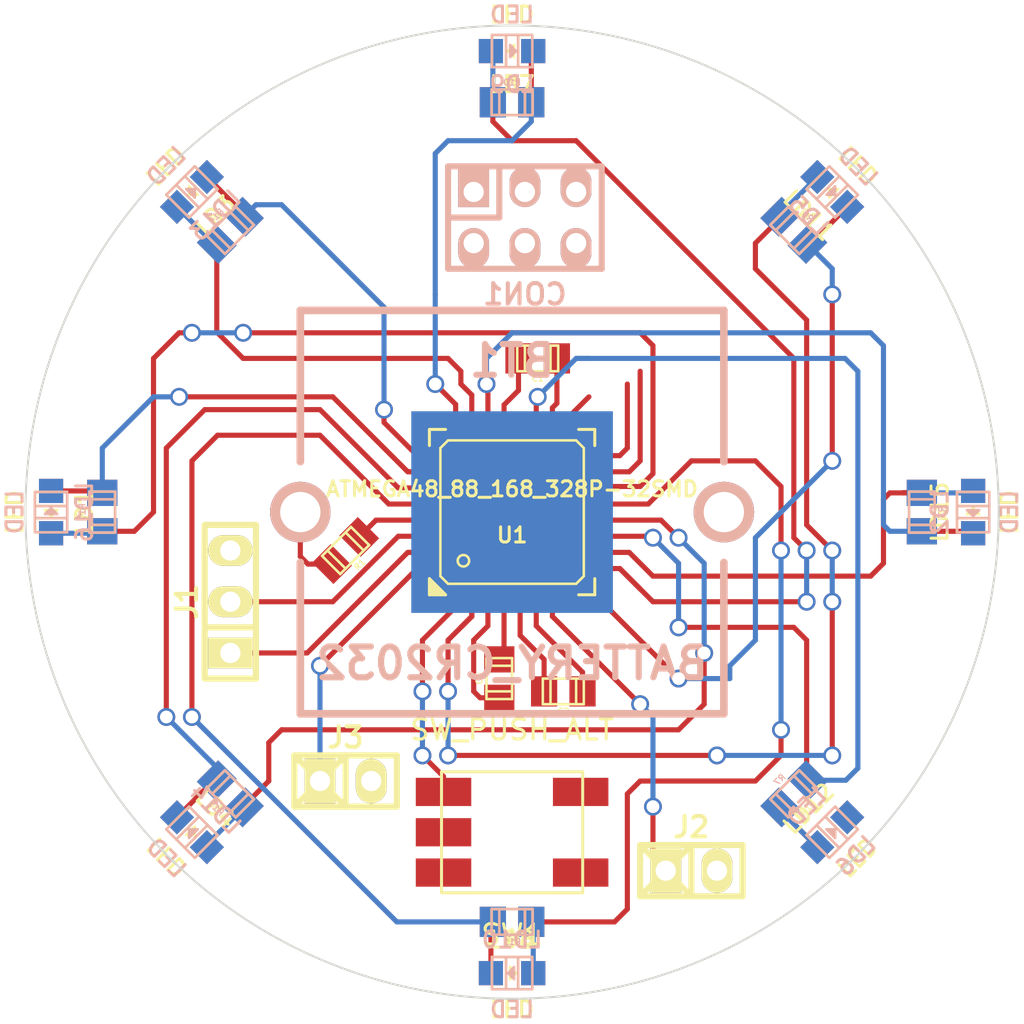
<source format=kicad_pcb>
(kicad_pcb (version 3) (host pcbnew "(2013-jul-14)-product")

  (general
    (links 77)
    (no_connects 32)
    (area 170.129999 82.499999 218.490001 130.860001)
    (thickness 1.6)
    (drawings 7)
    (tracks 275)
    (zones 0)
    (modules 43)
    (nets 46)
  )

  (page A4)
  (layers
    (15 F.Cu signal)
    (0 B.Cu signal)
    (16 B.Adhes user)
    (17 F.Adhes user)
    (18 B.Paste user)
    (19 F.Paste user)
    (20 B.SilkS user)
    (21 F.SilkS user)
    (22 B.Mask user)
    (23 F.Mask user)
    (24 Dwgs.User user hide)
    (25 Cmts.User user)
    (26 Eco1.User user)
    (27 Eco2.User user)
    (28 Edge.Cuts user)
  )

  (setup
    (last_trace_width 0.254)
    (trace_clearance 0.254)
    (zone_clearance 0.508)
    (zone_45_only no)
    (trace_min 0.254)
    (segment_width 0.2)
    (edge_width 0.1)
    (via_size 0.889)
    (via_drill 0.635)
    (via_min_size 0.889)
    (via_min_drill 0.508)
    (uvia_size 0.508)
    (uvia_drill 0.127)
    (uvias_allowed no)
    (uvia_min_size 0.508)
    (uvia_min_drill 0.127)
    (pcb_text_width 0.3)
    (pcb_text_size 1.5 1.5)
    (mod_edge_width 0.15)
    (mod_text_size 1 1)
    (mod_text_width 0.15)
    (pad_size 1.5 1.5)
    (pad_drill 0.6)
    (pad_to_mask_clearance 0)
    (aux_axis_origin 0 0)
    (visible_elements FFFFFF7F)
    (pcbplotparams
      (layerselection 3178497)
      (usegerberextensions true)
      (excludeedgelayer true)
      (linewidth 0.150000)
      (plotframeref false)
      (viasonmask false)
      (mode 1)
      (useauxorigin false)
      (hpglpennumber 1)
      (hpglpenspeed 20)
      (hpglpendiameter 15)
      (hpglpenoverlay 2)
      (psnegative false)
      (psa4output false)
      (plotreference true)
      (plotvalue true)
      (plotothertext true)
      (plotinvisibletext false)
      (padsonsilk false)
      (subtractmaskfromsilk false)
      (outputformat 1)
      (mirror false)
      (drillshape 1)
      (scaleselection 1)
      (outputdirectory ""))
  )

  (net 0 "")
  (net 1 +BATT)
  (net 2 /BE)
  (net 3 /BN)
  (net 4 /BNE)
  (net 5 /BNW)
  (net 6 /BS)
  (net 7 /BSE)
  (net 8 /BSW)
  (net 9 /BUTTON)
  (net 10 /BW)
  (net 11 /FE)
  (net 12 /FN)
  (net 13 /FNE)
  (net 14 /FNW)
  (net 15 /FS)
  (net 16 /FSE)
  (net 17 /FSW)
  (net 18 /FW)
  (net 19 /MISO)
  (net 20 /MOSI)
  (net 21 /RXD)
  (net 22 /SCK)
  (net 23 /TXD)
  (net 24 /~RESET)
  (net 25 GND)
  (net 26 "Net-(BT1-Pad1)")
  (net 27 "Net-(J2-Pad1)")
  (net 28 "Net-(J3-Pad1)")
  (net 29 "Net-(LD1-Pad1)")
  (net 30 "Net-(LD10-Pad1)")
  (net 31 "Net-(LD11-Pad1)")
  (net 32 "Net-(LD12-Pad1)")
  (net 33 "Net-(LD13-Pad1)")
  (net 34 "Net-(LD14-Pad1)")
  (net 35 "Net-(LD15-Pad1)")
  (net 36 "Net-(LD16-Pad1)")
  (net 37 "Net-(LD2-Pad1)")
  (net 38 "Net-(LD3-Pad1)")
  (net 39 "Net-(LD4-Pad1)")
  (net 40 "Net-(LD5-Pad1)")
  (net 41 "Net-(LD6-Pad1)")
  (net 42 "Net-(LD7-Pad1)")
  (net 43 "Net-(LD8-Pad1)")
  (net 44 "Net-(LD9-Pad1)")
  (net 45 "Net-(U1-Pad20)")

  (net_class Default "This is the default net class."
    (clearance 0.254)
    (trace_width 0.254)
    (via_dia 0.889)
    (via_drill 0.635)
    (uvia_dia 0.508)
    (uvia_drill 0.127)
    (add_net "")
    (add_net +BATT)
    (add_net /BE)
    (add_net /BN)
    (add_net /BNE)
    (add_net /BNW)
    (add_net /BS)
    (add_net /BSE)
    (add_net /BSW)
    (add_net /BUTTON)
    (add_net /BW)
    (add_net /FE)
    (add_net /FN)
    (add_net /FNE)
    (add_net /FNW)
    (add_net /FS)
    (add_net /FSE)
    (add_net /FSW)
    (add_net /FW)
    (add_net /MISO)
    (add_net /MOSI)
    (add_net /RXD)
    (add_net /SCK)
    (add_net /TXD)
    (add_net /~RESET)
    (add_net GND)
    (add_net "Net-(BT1-Pad1)")
    (add_net "Net-(J2-Pad1)")
    (add_net "Net-(J3-Pad1)")
    (add_net "Net-(LD1-Pad1)")
    (add_net "Net-(LD10-Pad1)")
    (add_net "Net-(LD11-Pad1)")
    (add_net "Net-(LD12-Pad1)")
    (add_net "Net-(LD13-Pad1)")
    (add_net "Net-(LD14-Pad1)")
    (add_net "Net-(LD15-Pad1)")
    (add_net "Net-(LD16-Pad1)")
    (add_net "Net-(LD2-Pad1)")
    (add_net "Net-(LD3-Pad1)")
    (add_net "Net-(LD4-Pad1)")
    (add_net "Net-(LD5-Pad1)")
    (add_net "Net-(LD6-Pad1)")
    (add_net "Net-(LD7-Pad1)")
    (add_net "Net-(LD8-Pad1)")
    (add_net "Net-(LD9-Pad1)")
    (add_net "Net-(U1-Pad20)")
  )

  (module battery-cr2032-retainer-keystone-3003:CR2032_HOLDER_KEYSTONE_3003 (layer B.Cu) (tedit 508DF642) (tstamp 52BD78A1)
    (at 194.31 106.68)
    (path /52BC56D5)
    (fp_text reference BT1 (at 0 -7.5) (layer B.SilkS)
      (effects (font (thickness 0.3048)) (justify mirror))
    )
    (fp_text value BATTERY_CR2032 (at 0 7.5) (layer B.SilkS)
      (effects (font (thickness 0.3048)) (justify mirror))
    )
    (fp_line (start 10.5 -2.5) (end 10.5 -10) (layer B.SilkS) (width 0.381))
    (fp_line (start 10.5 10) (end 10.5 2.5) (layer B.SilkS) (width 0.381))
    (fp_line (start -10.5 -2.5) (end -10.5 -10) (layer B.SilkS) (width 0.381))
    (fp_line (start -10.5 10) (end -10.5 2.5) (layer B.SilkS) (width 0.381))
    (fp_line (start -10.50036 9.99998) (end 10.50036 9.99998) (layer B.SilkS) (width 0.381))
    (fp_line (start 10.50036 -9.99998) (end -10.50036 -9.99998) (layer B.SilkS) (width 0.381))
    (pad 0 thru_hole circle (at -10.5004 0) (size 3 3) (drill 1.999) (layers *.Cu *.Mask B.SilkS)
      (net 1 +BATT))
    (pad 1 thru_hole circle (at 10.5004 0) (size 3 3) (drill 1.999) (layers *.Cu *.Mask B.SilkS)
      (net 26 "Net-(BT1-Pad1)"))
    (pad 2 smd rect (at 0 0) (size 10 10) (layers B.Cu B.Paste B.Mask)
      (net 25 GND))
  )

  (module w_smd_cap:c_0805 (layer F.Cu) (tedit 49047394) (tstamp 52C15388)
    (at 195.58 99.06 180)
    (descr "SMT capacitor, 0805")
    (path /52B95A8F)
    (fp_text reference C1 (at 0 -0.9906 180) (layer F.SilkS)
      (effects (font (size 0.29972 0.29972) (thickness 0.06096)))
    )
    (fp_text value C (at 0 0.9906 180) (layer F.SilkS) hide
      (effects (font (size 0.29972 0.29972) (thickness 0.06096)))
    )
    (fp_line (start 0.635 -0.635) (end 0.635 0.635) (layer F.SilkS) (width 0.127))
    (fp_line (start -0.635 -0.635) (end -0.635 0.6096) (layer F.SilkS) (width 0.127))
    (fp_line (start -1.016 -0.635) (end 1.016 -0.635) (layer F.SilkS) (width 0.127))
    (fp_line (start 1.016 -0.635) (end 1.016 0.635) (layer F.SilkS) (width 0.127))
    (fp_line (start 1.016 0.635) (end -1.016 0.635) (layer F.SilkS) (width 0.127))
    (fp_line (start -1.016 0.635) (end -1.016 -0.635) (layer F.SilkS) (width 0.127))
    (pad 1 smd rect (at 0.9525 0 180) (size 1.30048 1.4986) (layers F.Cu F.Paste F.Mask)
      (net 25 GND))
    (pad 2 smd rect (at -0.9525 0 180) (size 1.30048 1.4986) (layers F.Cu F.Paste F.Mask)
      (net 1 +BATT))
    (model walter\smd_cap\c_0805.wrl
      (at (xyz 0 0 0))
      (scale (xyz 1 1 1))
      (rotate (xyz 0 0 0))
    )
  )

  (module w_smd_cap:c_0805 (layer F.Cu) (tedit 49047394) (tstamp 52BD78B9)
    (at 196.85 115.57 180)
    (descr "SMT capacitor, 0805")
    (path /52B955E3)
    (fp_text reference C2 (at 0 -0.9906 180) (layer F.SilkS)
      (effects (font (size 0.29972 0.29972) (thickness 0.06096)))
    )
    (fp_text value C (at 0 0.9906 180) (layer F.SilkS) hide
      (effects (font (size 0.29972 0.29972) (thickness 0.06096)))
    )
    (fp_line (start 0.635 -0.635) (end 0.635 0.635) (layer F.SilkS) (width 0.127))
    (fp_line (start -0.635 -0.635) (end -0.635 0.6096) (layer F.SilkS) (width 0.127))
    (fp_line (start -1.016 -0.635) (end 1.016 -0.635) (layer F.SilkS) (width 0.127))
    (fp_line (start 1.016 -0.635) (end 1.016 0.635) (layer F.SilkS) (width 0.127))
    (fp_line (start 1.016 0.635) (end -1.016 0.635) (layer F.SilkS) (width 0.127))
    (fp_line (start -1.016 0.635) (end -1.016 -0.635) (layer F.SilkS) (width 0.127))
    (pad 1 smd rect (at 0.9525 0 180) (size 1.30048 1.4986) (layers F.Cu F.Paste F.Mask)
      (net 25 GND))
    (pad 2 smd rect (at -0.9525 0 180) (size 1.30048 1.4986) (layers F.Cu F.Paste F.Mask)
      (net 1 +BATT))
    (model walter\smd_cap\c_0805.wrl
      (at (xyz 0 0 0))
      (scale (xyz 1 1 1))
      (rotate (xyz 0 0 0))
    )
  )

  (module w_smd_cap:c_0805 (layer F.Cu) (tedit 49047394) (tstamp 52BD78C5)
    (at 193.675 114.935 90)
    (descr "SMT capacitor, 0805")
    (path /52B95968)
    (fp_text reference C3 (at 0 -0.9906 90) (layer F.SilkS)
      (effects (font (size 0.29972 0.29972) (thickness 0.06096)))
    )
    (fp_text value C (at 0 0.9906 90) (layer F.SilkS) hide
      (effects (font (size 0.29972 0.29972) (thickness 0.06096)))
    )
    (fp_line (start 0.635 -0.635) (end 0.635 0.635) (layer F.SilkS) (width 0.127))
    (fp_line (start -0.635 -0.635) (end -0.635 0.6096) (layer F.SilkS) (width 0.127))
    (fp_line (start -1.016 -0.635) (end 1.016 -0.635) (layer F.SilkS) (width 0.127))
    (fp_line (start 1.016 -0.635) (end 1.016 0.635) (layer F.SilkS) (width 0.127))
    (fp_line (start 1.016 0.635) (end -1.016 0.635) (layer F.SilkS) (width 0.127))
    (fp_line (start -1.016 0.635) (end -1.016 -0.635) (layer F.SilkS) (width 0.127))
    (pad 1 smd rect (at 0.9525 0 90) (size 1.30048 1.4986) (layers F.Cu F.Paste F.Mask)
      (net 1 +BATT))
    (pad 2 smd rect (at -0.9525 0 90) (size 1.30048 1.4986) (layers F.Cu F.Paste F.Mask)
      (net 25 GND))
    (model walter\smd_cap\c_0805.wrl
      (at (xyz 0 0 0))
      (scale (xyz 1 1 1))
      (rotate (xyz 0 0 0))
    )
  )

  (module w_pin_strip:pin_socket_3x2 (layer B.Cu) (tedit 4B90DEF7) (tstamp 52BD78D5)
    (at 194.945 92.075)
    (descr "Pin socket 3x2pin")
    (tags "CONN DEV")
    (path /52BBBEF7)
    (fp_text reference CON1 (at 0 3.81) (layer B.SilkS)
      (effects (font (size 1.016 1.016) (thickness 0.2032)) (justify mirror))
    )
    (fp_text value AVR-ISP-6 (at 0 5.08) (layer B.SilkS) hide
      (effects (font (size 1.016 0.889) (thickness 0.2032)) (justify mirror))
    )
    (fp_line (start -3.81 2.54) (end 3.81 2.54) (layer B.SilkS) (width 0.3048))
    (fp_line (start 3.81 2.54) (end 3.81 -2.54) (layer B.SilkS) (width 0.3048))
    (fp_line (start 3.81 -2.54) (end -3.81 -2.54) (layer B.SilkS) (width 0.3048))
    (fp_line (start -3.81 0) (end -1.27 0) (layer B.SilkS) (width 0.3048))
    (fp_line (start -1.27 0) (end -1.27 -2.54) (layer B.SilkS) (width 0.3048))
    (fp_line (start -3.81 2.54) (end -3.81 -2.54) (layer B.SilkS) (width 0.3048))
    (pad 1 thru_hole rect (at -2.54 -1.27) (size 1.524 1.99898) (drill 1.00076 (offset 0 -0.24892)) (layers *.Cu *.Mask B.SilkS)
      (net 19 /MISO))
    (pad 2 thru_hole oval (at -2.54 1.27) (size 1.524 1.99898) (drill 1.00076 (offset 0 0.24892)) (layers *.Cu *.Mask B.SilkS)
      (net 1 +BATT))
    (pad 3 thru_hole oval (at 0 -1.27) (size 1.524 1.99898) (drill 1.00076 (offset 0 -0.24892)) (layers *.Cu *.Mask B.SilkS)
      (net 22 /SCK))
    (pad 4 thru_hole oval (at 0 1.27) (size 1.524 1.99898) (drill 1.00076 (offset 0 0.24892)) (layers *.Cu *.Mask B.SilkS)
      (net 20 /MOSI))
    (pad 5 thru_hole oval (at 2.54 -1.27) (size 1.524 1.99898) (drill 1.00076 (offset 0 -0.24892)) (layers *.Cu *.Mask B.SilkS)
      (net 24 /~RESET))
    (pad 6 thru_hole oval (at 2.54 1.27) (size 1.524 1.99898) (drill 1.00076 (offset 0 0.24892)) (layers *.Cu *.Mask B.SilkS)
      (net 25 GND))
    (model walter/pin_strip/pin_socket_3x2.wrl
      (at (xyz 0 0 0))
      (scale (xyz 1 1 1))
      (rotate (xyz 0 0 0))
    )
  )

  (module w_pin_strip:pin_socket_3 (layer F.Cu) (tedit 4B90E017) (tstamp 52BD78E1)
    (at 180.34 111.125 90)
    (descr "Pin socket 3pin")
    (tags "CONN DEV")
    (path /52BC836C)
    (fp_text reference J1 (at 0 -2.159 90) (layer F.SilkS)
      (effects (font (size 1.016 1.016) (thickness 0.2032)))
    )
    (fp_text value SERIAL (at 0.254 -3.556 90) (layer F.SilkS) hide
      (effects (font (size 1.016 0.889) (thickness 0.2032)))
    )
    (fp_line (start -1.27 1.27) (end -1.27 -1.27) (layer F.SilkS) (width 0.3048))
    (fp_line (start -3.81 -1.27) (end 3.81 -1.27) (layer F.SilkS) (width 0.3048))
    (fp_line (start 3.81 -1.27) (end 3.81 1.27) (layer F.SilkS) (width 0.3048))
    (fp_line (start 3.81 1.27) (end -3.81 1.27) (layer F.SilkS) (width 0.3048))
    (fp_line (start -3.81 1.27) (end -3.81 -1.27) (layer F.SilkS) (width 0.3048))
    (pad 1 thru_hole rect (at -2.54 0 90) (size 1.524 2.19964) (drill 1.00076) (layers *.Cu *.Mask F.SilkS)
      (net 23 /TXD))
    (pad 2 thru_hole oval (at 0 0 90) (size 1.524 2.19964) (drill 1.00076) (layers *.Cu *.Mask F.SilkS)
      (net 21 /RXD))
    (pad 3 thru_hole oval (at 2.54 0 90) (size 1.524 2.19964) (drill 1.00076) (layers *.Cu *.Mask F.SilkS)
      (net 25 GND))
    (model walter/pin_strip/pin_socket_3.wrl
      (at (xyz 0 0 0))
      (scale (xyz 1 1 1))
      (rotate (xyz 0 0 0))
    )
  )

  (module w_pin_strip:pin_socket_2 (layer F.Cu) (tedit 4F0999B2) (tstamp 52BD78EE)
    (at 203.2 124.46)
    (descr "Pin socket 2pin")
    (tags "CONN DEV")
    (path /52BC8C3C)
    (fp_text reference J2 (at 0 -2.159) (layer F.SilkS)
      (effects (font (size 1.016 1.016) (thickness 0.2032)))
    )
    (fp_text value SPARE (at 0.254 -3.556) (layer F.SilkS) hide
      (effects (font (size 1.016 0.889) (thickness 0.2032)))
    )
    (fp_line (start 0 -1.27) (end 0 1.27) (layer F.SilkS) (width 0.3048))
    (fp_line (start 0 1.27) (end -2.54 -1.27) (layer F.SilkS) (width 0.3048))
    (fp_line (start -2.54 1.27) (end 0 -1.27) (layer F.SilkS) (width 0.3048))
    (fp_line (start 2.54 1.27) (end -2.54 1.27) (layer F.SilkS) (width 0.3048))
    (fp_line (start -2.54 -1.27) (end 2.54 -1.27) (layer F.SilkS) (width 0.3048))
    (fp_line (start -2.54 1.27) (end -2.54 -1.27) (layer F.SilkS) (width 0.3048))
    (fp_line (start 2.54 -1.27) (end 2.54 1.27) (layer F.SilkS) (width 0.3048))
    (pad 1 thru_hole rect (at -1.27 0) (size 1.524 2.19964) (drill 1.00076) (layers *.Cu *.Mask F.SilkS)
      (net 27 "Net-(J2-Pad1)"))
    (pad 2 thru_hole oval (at 1.27 0) (size 1.524 2.19964) (drill 1.00076) (layers *.Cu *.Mask F.SilkS)
      (net 25 GND))
    (model walter/pin_strip/pin_socket_2.wrl
      (at (xyz 0 0 0))
      (scale (xyz 1 1 1))
      (rotate (xyz 0 0 0))
    )
  )

  (module w_pin_strip:pin_socket_2 (layer F.Cu) (tedit 4F0999B2) (tstamp 52BD78FB)
    (at 186.055 120.015)
    (descr "Pin socket 2pin")
    (tags "CONN DEV")
    (path /52BC8F15)
    (fp_text reference J3 (at 0 -2.159) (layer F.SilkS)
      (effects (font (size 1.016 1.016) (thickness 0.2032)))
    )
    (fp_text value TILT (at 0.254 -3.556) (layer F.SilkS) hide
      (effects (font (size 1.016 0.889) (thickness 0.2032)))
    )
    (fp_line (start 0 -1.27) (end 0 1.27) (layer F.SilkS) (width 0.3048))
    (fp_line (start 0 1.27) (end -2.54 -1.27) (layer F.SilkS) (width 0.3048))
    (fp_line (start -2.54 1.27) (end 0 -1.27) (layer F.SilkS) (width 0.3048))
    (fp_line (start 2.54 1.27) (end -2.54 1.27) (layer F.SilkS) (width 0.3048))
    (fp_line (start -2.54 -1.27) (end 2.54 -1.27) (layer F.SilkS) (width 0.3048))
    (fp_line (start -2.54 1.27) (end -2.54 -1.27) (layer F.SilkS) (width 0.3048))
    (fp_line (start 2.54 -1.27) (end 2.54 1.27) (layer F.SilkS) (width 0.3048))
    (pad 1 thru_hole rect (at -1.27 0) (size 1.524 2.19964) (drill 1.00076) (layers *.Cu *.Mask F.SilkS)
      (net 28 "Net-(J3-Pad1)"))
    (pad 2 thru_hole oval (at 1.27 0) (size 1.524 2.19964) (drill 1.00076) (layers *.Cu *.Mask F.SilkS)
      (net 25 GND))
    (model walter/pin_strip/pin_socket_2.wrl
      (at (xyz 0 0 0))
      (scale (xyz 1 1 1))
      (rotate (xyz 0 0 0))
    )
  )

  (module w_smd_leds:Led_0805 (layer F.Cu) (tedit 50CDB2D1) (tstamp 52BD790C)
    (at 171.45 106.68 270)
    (descr "SMD LED, 0805")
    (path /52BC6379)
    (fp_text reference LD1 (at 0 -1.651 270) (layer F.SilkS)
      (effects (font (size 0.8001 0.8001) (thickness 0.14986)))
    )
    (fp_text value LED (at 0 1.80086 270) (layer F.SilkS)
      (effects (font (size 0.8001 0.8001) (thickness 0.14986)))
    )
    (fp_line (start 0.20066 0) (end -0.09906 -0.29972) (layer F.SilkS) (width 0.127))
    (fp_line (start -0.09906 -0.29972) (end -0.09906 0.29972) (layer F.SilkS) (width 0.127))
    (fp_line (start -0.09906 0.29972) (end 0.20066 0) (layer F.SilkS) (width 0.127))
    (fp_line (start 0.09906 0.09906) (end 0.09906 -0.09906) (layer F.SilkS) (width 0.127))
    (fp_line (start 0 -0.20066) (end 0 0.20066) (layer F.SilkS) (width 0.127))
    (fp_line (start 0.29972 0.8001) (end 0.29972 -0.8001) (layer F.SilkS) (width 0.127))
    (fp_line (start -0.29972 -0.8001) (end -0.29972 0.8001) (layer F.SilkS) (width 0.127))
    (fp_line (start -1.00076 -0.8001) (end 1.00076 -0.8001) (layer F.SilkS) (width 0.127))
    (fp_line (start 1.00076 -0.8001) (end 1.00076 0.8001) (layer F.SilkS) (width 0.127))
    (fp_line (start 1.00076 0.8001) (end -1.00076 0.8001) (layer F.SilkS) (width 0.127))
    (fp_line (start -1.00076 0.8001) (end -1.00076 -0.8001) (layer F.SilkS) (width 0.127))
    (pad 1 smd rect (at -1.04902 0 270) (size 1.19888 1.19888) (layers F.Cu F.Paste F.Mask)
      (net 29 "Net-(LD1-Pad1)"))
    (pad 2 smd rect (at 1.04902 0 270) (size 1.19888 1.19888) (layers F.Cu F.Paste F.Mask)
      (net 25 GND))
    (model walter/smd_leds/led_0805.wrl
      (at (xyz 0 0 0))
      (scale (xyz 1 1 1))
      (rotate (xyz 0 0 0))
    )
  )

  (module w_smd_leds:Led_0805 (layer B.Cu) (tedit 50CDB2D1) (tstamp 52BD791D)
    (at 217.17 106.68 270)
    (descr "SMD LED, 0805")
    (path /52BC69CD)
    (fp_text reference LD2 (at 0 1.651 270) (layer B.SilkS)
      (effects (font (size 0.8001 0.8001) (thickness 0.14986)) (justify mirror))
    )
    (fp_text value LED (at 0 -1.80086 270) (layer B.SilkS)
      (effects (font (size 0.8001 0.8001) (thickness 0.14986)) (justify mirror))
    )
    (fp_line (start 0.20066 0) (end -0.09906 0.29972) (layer B.SilkS) (width 0.127))
    (fp_line (start -0.09906 0.29972) (end -0.09906 -0.29972) (layer B.SilkS) (width 0.127))
    (fp_line (start -0.09906 -0.29972) (end 0.20066 0) (layer B.SilkS) (width 0.127))
    (fp_line (start 0.09906 -0.09906) (end 0.09906 0.09906) (layer B.SilkS) (width 0.127))
    (fp_line (start 0 0.20066) (end 0 -0.20066) (layer B.SilkS) (width 0.127))
    (fp_line (start 0.29972 -0.8001) (end 0.29972 0.8001) (layer B.SilkS) (width 0.127))
    (fp_line (start -0.29972 0.8001) (end -0.29972 -0.8001) (layer B.SilkS) (width 0.127))
    (fp_line (start -1.00076 0.8001) (end 1.00076 0.8001) (layer B.SilkS) (width 0.127))
    (fp_line (start 1.00076 0.8001) (end 1.00076 -0.8001) (layer B.SilkS) (width 0.127))
    (fp_line (start 1.00076 -0.8001) (end -1.00076 -0.8001) (layer B.SilkS) (width 0.127))
    (fp_line (start -1.00076 -0.8001) (end -1.00076 0.8001) (layer B.SilkS) (width 0.127))
    (pad 1 smd rect (at -1.04902 0 270) (size 1.19888 1.19888) (layers B.Cu B.Paste B.Mask)
      (net 37 "Net-(LD2-Pad1)"))
    (pad 2 smd rect (at 1.04902 0 270) (size 1.19888 1.19888) (layers B.Cu B.Paste B.Mask)
      (net 25 GND))
    (model walter/smd_leds/led_0805.wrl
      (at (xyz 0 0 0))
      (scale (xyz 1 1 1))
      (rotate (xyz 0 0 0))
    )
  )

  (module w_smd_leds:Led_0805 (layer F.Cu) (tedit 50CDB2D1) (tstamp 52BD792E)
    (at 178.435 90.805 225)
    (descr "SMD LED, 0805")
    (path /52BC64F8)
    (fp_text reference LD3 (at 0 -1.651 225) (layer F.SilkS)
      (effects (font (size 0.8001 0.8001) (thickness 0.14986)))
    )
    (fp_text value LED (at 0 1.80086 225) (layer F.SilkS)
      (effects (font (size 0.8001 0.8001) (thickness 0.14986)))
    )
    (fp_line (start 0.20066 0) (end -0.09906 -0.29972) (layer F.SilkS) (width 0.127))
    (fp_line (start -0.09906 -0.29972) (end -0.09906 0.29972) (layer F.SilkS) (width 0.127))
    (fp_line (start -0.09906 0.29972) (end 0.20066 0) (layer F.SilkS) (width 0.127))
    (fp_line (start 0.09906 0.09906) (end 0.09906 -0.09906) (layer F.SilkS) (width 0.127))
    (fp_line (start 0 -0.20066) (end 0 0.20066) (layer F.SilkS) (width 0.127))
    (fp_line (start 0.29972 0.8001) (end 0.29972 -0.8001) (layer F.SilkS) (width 0.127))
    (fp_line (start -0.29972 -0.8001) (end -0.29972 0.8001) (layer F.SilkS) (width 0.127))
    (fp_line (start -1.00076 -0.8001) (end 1.00076 -0.8001) (layer F.SilkS) (width 0.127))
    (fp_line (start 1.00076 -0.8001) (end 1.00076 0.8001) (layer F.SilkS) (width 0.127))
    (fp_line (start 1.00076 0.8001) (end -1.00076 0.8001) (layer F.SilkS) (width 0.127))
    (fp_line (start -1.00076 0.8001) (end -1.00076 -0.8001) (layer F.SilkS) (width 0.127))
    (pad 1 smd rect (at -1.04902 0 225) (size 1.19888 1.19888) (layers F.Cu F.Paste F.Mask)
      (net 38 "Net-(LD3-Pad1)"))
    (pad 2 smd rect (at 1.04902 0 225) (size 1.19888 1.19888) (layers F.Cu F.Paste F.Mask)
      (net 25 GND))
    (model walter/smd_leds/led_0805.wrl
      (at (xyz 0 0 0))
      (scale (xyz 1 1 1))
      (rotate (xyz 0 0 0))
    )
  )

  (module w_smd_leds:Led_0805 (layer F.Cu) (tedit 50CDB2D1) (tstamp 52BD8DA6)
    (at 178.435 122.555 315)
    (descr "SMD LED, 0805")
    (path /52BC650D)
    (fp_text reference LD4 (at 0 -1.651 315) (layer F.SilkS)
      (effects (font (size 0.8001 0.8001) (thickness 0.14986)))
    )
    (fp_text value LED (at 0 1.80086 315) (layer F.SilkS)
      (effects (font (size 0.8001 0.8001) (thickness 0.14986)))
    )
    (fp_line (start 0.20066 0) (end -0.09906 -0.29972) (layer F.SilkS) (width 0.127))
    (fp_line (start -0.09906 -0.29972) (end -0.09906 0.29972) (layer F.SilkS) (width 0.127))
    (fp_line (start -0.09906 0.29972) (end 0.20066 0) (layer F.SilkS) (width 0.127))
    (fp_line (start 0.09906 0.09906) (end 0.09906 -0.09906) (layer F.SilkS) (width 0.127))
    (fp_line (start 0 -0.20066) (end 0 0.20066) (layer F.SilkS) (width 0.127))
    (fp_line (start 0.29972 0.8001) (end 0.29972 -0.8001) (layer F.SilkS) (width 0.127))
    (fp_line (start -0.29972 -0.8001) (end -0.29972 0.8001) (layer F.SilkS) (width 0.127))
    (fp_line (start -1.00076 -0.8001) (end 1.00076 -0.8001) (layer F.SilkS) (width 0.127))
    (fp_line (start 1.00076 -0.8001) (end 1.00076 0.8001) (layer F.SilkS) (width 0.127))
    (fp_line (start 1.00076 0.8001) (end -1.00076 0.8001) (layer F.SilkS) (width 0.127))
    (fp_line (start -1.00076 0.8001) (end -1.00076 -0.8001) (layer F.SilkS) (width 0.127))
    (pad 1 smd rect (at -1.04902 0 315) (size 1.19888 1.19888) (layers F.Cu F.Paste F.Mask)
      (net 39 "Net-(LD4-Pad1)"))
    (pad 2 smd rect (at 1.04902 0 315) (size 1.19888 1.19888) (layers F.Cu F.Paste F.Mask)
      (net 25 GND))
    (model walter/smd_leds/led_0805.wrl
      (at (xyz 0 0 0))
      (scale (xyz 1 1 1))
      (rotate (xyz 0 0 0))
    )
  )

  (module w_smd_leds:Led_0805 (layer B.Cu) (tedit 50CDB2D1) (tstamp 52C14C29)
    (at 210.185 90.805 315)
    (descr "SMD LED, 0805")
    (path /52BC6A0C)
    (fp_text reference LD5 (at 0 1.651 315) (layer B.SilkS)
      (effects (font (size 0.8001 0.8001) (thickness 0.14986)) (justify mirror))
    )
    (fp_text value LED (at 0 -1.80086 315) (layer B.SilkS)
      (effects (font (size 0.8001 0.8001) (thickness 0.14986)) (justify mirror))
    )
    (fp_line (start 0.20066 0) (end -0.09906 0.29972) (layer B.SilkS) (width 0.127))
    (fp_line (start -0.09906 0.29972) (end -0.09906 -0.29972) (layer B.SilkS) (width 0.127))
    (fp_line (start -0.09906 -0.29972) (end 0.20066 0) (layer B.SilkS) (width 0.127))
    (fp_line (start 0.09906 -0.09906) (end 0.09906 0.09906) (layer B.SilkS) (width 0.127))
    (fp_line (start 0 0.20066) (end 0 -0.20066) (layer B.SilkS) (width 0.127))
    (fp_line (start 0.29972 -0.8001) (end 0.29972 0.8001) (layer B.SilkS) (width 0.127))
    (fp_line (start -0.29972 0.8001) (end -0.29972 -0.8001) (layer B.SilkS) (width 0.127))
    (fp_line (start -1.00076 0.8001) (end 1.00076 0.8001) (layer B.SilkS) (width 0.127))
    (fp_line (start 1.00076 0.8001) (end 1.00076 -0.8001) (layer B.SilkS) (width 0.127))
    (fp_line (start 1.00076 -0.8001) (end -1.00076 -0.8001) (layer B.SilkS) (width 0.127))
    (fp_line (start -1.00076 -0.8001) (end -1.00076 0.8001) (layer B.SilkS) (width 0.127))
    (pad 1 smd rect (at -1.04902 0 315) (size 1.19888 1.19888) (layers B.Cu B.Paste B.Mask)
      (net 40 "Net-(LD5-Pad1)"))
    (pad 2 smd rect (at 1.04902 0 315) (size 1.19888 1.19888) (layers B.Cu B.Paste B.Mask)
      (net 25 GND))
    (model walter/smd_leds/led_0805.wrl
      (at (xyz 0 0 0))
      (scale (xyz 1 1 1))
      (rotate (xyz 0 0 0))
    )
  )

  (module w_smd_leds:Led_0805 (layer B.Cu) (tedit 50CDB2D1) (tstamp 52BD7961)
    (at 210.185 122.555 45)
    (descr "SMD LED, 0805")
    (path /52BC6A21)
    (fp_text reference LD6 (at 0 1.651 45) (layer B.SilkS)
      (effects (font (size 0.8001 0.8001) (thickness 0.14986)) (justify mirror))
    )
    (fp_text value LED (at 0 -1.80086 45) (layer B.SilkS)
      (effects (font (size 0.8001 0.8001) (thickness 0.14986)) (justify mirror))
    )
    (fp_line (start 0.20066 0) (end -0.09906 0.29972) (layer B.SilkS) (width 0.127))
    (fp_line (start -0.09906 0.29972) (end -0.09906 -0.29972) (layer B.SilkS) (width 0.127))
    (fp_line (start -0.09906 -0.29972) (end 0.20066 0) (layer B.SilkS) (width 0.127))
    (fp_line (start 0.09906 -0.09906) (end 0.09906 0.09906) (layer B.SilkS) (width 0.127))
    (fp_line (start 0 0.20066) (end 0 -0.20066) (layer B.SilkS) (width 0.127))
    (fp_line (start 0.29972 -0.8001) (end 0.29972 0.8001) (layer B.SilkS) (width 0.127))
    (fp_line (start -0.29972 0.8001) (end -0.29972 -0.8001) (layer B.SilkS) (width 0.127))
    (fp_line (start -1.00076 0.8001) (end 1.00076 0.8001) (layer B.SilkS) (width 0.127))
    (fp_line (start 1.00076 0.8001) (end 1.00076 -0.8001) (layer B.SilkS) (width 0.127))
    (fp_line (start 1.00076 -0.8001) (end -1.00076 -0.8001) (layer B.SilkS) (width 0.127))
    (fp_line (start -1.00076 -0.8001) (end -1.00076 0.8001) (layer B.SilkS) (width 0.127))
    (pad 1 smd rect (at -1.04902 0 45) (size 1.19888 1.19888) (layers B.Cu B.Paste B.Mask)
      (net 41 "Net-(LD6-Pad1)"))
    (pad 2 smd rect (at 1.04902 0 45) (size 1.19888 1.19888) (layers B.Cu B.Paste B.Mask)
      (net 25 GND))
    (model walter/smd_leds/led_0805.wrl
      (at (xyz 0 0 0))
      (scale (xyz 1 1 1))
      (rotate (xyz 0 0 0))
    )
  )

  (module w_smd_leds:Led_0805 (layer F.Cu) (tedit 50CDB2D1) (tstamp 52BD7972)
    (at 194.31 83.82 180)
    (descr "SMD LED, 0805")
    (path /52BC5D9F)
    (fp_text reference LD7 (at 0 -1.651 180) (layer F.SilkS)
      (effects (font (size 0.8001 0.8001) (thickness 0.14986)))
    )
    (fp_text value LED (at 0 1.80086 180) (layer F.SilkS)
      (effects (font (size 0.8001 0.8001) (thickness 0.14986)))
    )
    (fp_line (start 0.20066 0) (end -0.09906 -0.29972) (layer F.SilkS) (width 0.127))
    (fp_line (start -0.09906 -0.29972) (end -0.09906 0.29972) (layer F.SilkS) (width 0.127))
    (fp_line (start -0.09906 0.29972) (end 0.20066 0) (layer F.SilkS) (width 0.127))
    (fp_line (start 0.09906 0.09906) (end 0.09906 -0.09906) (layer F.SilkS) (width 0.127))
    (fp_line (start 0 -0.20066) (end 0 0.20066) (layer F.SilkS) (width 0.127))
    (fp_line (start 0.29972 0.8001) (end 0.29972 -0.8001) (layer F.SilkS) (width 0.127))
    (fp_line (start -0.29972 -0.8001) (end -0.29972 0.8001) (layer F.SilkS) (width 0.127))
    (fp_line (start -1.00076 -0.8001) (end 1.00076 -0.8001) (layer F.SilkS) (width 0.127))
    (fp_line (start 1.00076 -0.8001) (end 1.00076 0.8001) (layer F.SilkS) (width 0.127))
    (fp_line (start 1.00076 0.8001) (end -1.00076 0.8001) (layer F.SilkS) (width 0.127))
    (fp_line (start -1.00076 0.8001) (end -1.00076 -0.8001) (layer F.SilkS) (width 0.127))
    (pad 1 smd rect (at -1.04902 0 180) (size 1.19888 1.19888) (layers F.Cu F.Paste F.Mask)
      (net 42 "Net-(LD7-Pad1)"))
    (pad 2 smd rect (at 1.04902 0 180) (size 1.19888 1.19888) (layers F.Cu F.Paste F.Mask)
      (net 25 GND))
    (model walter/smd_leds/led_0805.wrl
      (at (xyz 0 0 0))
      (scale (xyz 1 1 1))
      (rotate (xyz 0 0 0))
    )
  )

  (module w_smd_leds:Led_0805 (layer F.Cu) (tedit 50CDB2D1) (tstamp 52BD7983)
    (at 194.31 129.54)
    (descr "SMD LED, 0805")
    (path /52BC634F)
    (fp_text reference LD8 (at 0 -1.651) (layer F.SilkS)
      (effects (font (size 0.8001 0.8001) (thickness 0.14986)))
    )
    (fp_text value LED (at 0 1.80086) (layer F.SilkS)
      (effects (font (size 0.8001 0.8001) (thickness 0.14986)))
    )
    (fp_line (start 0.20066 0) (end -0.09906 -0.29972) (layer F.SilkS) (width 0.127))
    (fp_line (start -0.09906 -0.29972) (end -0.09906 0.29972) (layer F.SilkS) (width 0.127))
    (fp_line (start -0.09906 0.29972) (end 0.20066 0) (layer F.SilkS) (width 0.127))
    (fp_line (start 0.09906 0.09906) (end 0.09906 -0.09906) (layer F.SilkS) (width 0.127))
    (fp_line (start 0 -0.20066) (end 0 0.20066) (layer F.SilkS) (width 0.127))
    (fp_line (start 0.29972 0.8001) (end 0.29972 -0.8001) (layer F.SilkS) (width 0.127))
    (fp_line (start -0.29972 -0.8001) (end -0.29972 0.8001) (layer F.SilkS) (width 0.127))
    (fp_line (start -1.00076 -0.8001) (end 1.00076 -0.8001) (layer F.SilkS) (width 0.127))
    (fp_line (start 1.00076 -0.8001) (end 1.00076 0.8001) (layer F.SilkS) (width 0.127))
    (fp_line (start 1.00076 0.8001) (end -1.00076 0.8001) (layer F.SilkS) (width 0.127))
    (fp_line (start -1.00076 0.8001) (end -1.00076 -0.8001) (layer F.SilkS) (width 0.127))
    (pad 1 smd rect (at -1.04902 0) (size 1.19888 1.19888) (layers F.Cu F.Paste F.Mask)
      (net 43 "Net-(LD8-Pad1)"))
    (pad 2 smd rect (at 1.04902 0) (size 1.19888 1.19888) (layers F.Cu F.Paste F.Mask)
      (net 25 GND))
    (model walter/smd_leds/led_0805.wrl
      (at (xyz 0 0 0))
      (scale (xyz 1 1 1))
      (rotate (xyz 0 0 0))
    )
  )

  (module w_smd_leds:Led_0805 (layer B.Cu) (tedit 50CDB2D1) (tstamp 52BD7994)
    (at 194.31 83.82)
    (descr "SMD LED, 0805")
    (path /52BC698E)
    (fp_text reference LD9 (at 0 1.651) (layer B.SilkS)
      (effects (font (size 0.8001 0.8001) (thickness 0.14986)) (justify mirror))
    )
    (fp_text value LED (at 0 -1.80086) (layer B.SilkS)
      (effects (font (size 0.8001 0.8001) (thickness 0.14986)) (justify mirror))
    )
    (fp_line (start 0.20066 0) (end -0.09906 0.29972) (layer B.SilkS) (width 0.127))
    (fp_line (start -0.09906 0.29972) (end -0.09906 -0.29972) (layer B.SilkS) (width 0.127))
    (fp_line (start -0.09906 -0.29972) (end 0.20066 0) (layer B.SilkS) (width 0.127))
    (fp_line (start 0.09906 -0.09906) (end 0.09906 0.09906) (layer B.SilkS) (width 0.127))
    (fp_line (start 0 0.20066) (end 0 -0.20066) (layer B.SilkS) (width 0.127))
    (fp_line (start 0.29972 -0.8001) (end 0.29972 0.8001) (layer B.SilkS) (width 0.127))
    (fp_line (start -0.29972 0.8001) (end -0.29972 -0.8001) (layer B.SilkS) (width 0.127))
    (fp_line (start -1.00076 0.8001) (end 1.00076 0.8001) (layer B.SilkS) (width 0.127))
    (fp_line (start 1.00076 0.8001) (end 1.00076 -0.8001) (layer B.SilkS) (width 0.127))
    (fp_line (start 1.00076 -0.8001) (end -1.00076 -0.8001) (layer B.SilkS) (width 0.127))
    (fp_line (start -1.00076 -0.8001) (end -1.00076 0.8001) (layer B.SilkS) (width 0.127))
    (pad 1 smd rect (at -1.04902 0) (size 1.19888 1.19888) (layers B.Cu B.Paste B.Mask)
      (net 44 "Net-(LD9-Pad1)"))
    (pad 2 smd rect (at 1.04902 0) (size 1.19888 1.19888) (layers B.Cu B.Paste B.Mask)
      (net 25 GND))
    (model walter/smd_leds/led_0805.wrl
      (at (xyz 0 0 0))
      (scale (xyz 1 1 1))
      (rotate (xyz 0 0 0))
    )
  )

  (module w_smd_leds:Led_0805 (layer B.Cu) (tedit 50CDB2D1) (tstamp 52BD79A5)
    (at 194.31 129.54 180)
    (descr "SMD LED, 0805")
    (path /52BC69A3)
    (fp_text reference LD10 (at 0 1.651 180) (layer B.SilkS)
      (effects (font (size 0.8001 0.8001) (thickness 0.14986)) (justify mirror))
    )
    (fp_text value LED (at 0 -1.80086 180) (layer B.SilkS)
      (effects (font (size 0.8001 0.8001) (thickness 0.14986)) (justify mirror))
    )
    (fp_line (start 0.20066 0) (end -0.09906 0.29972) (layer B.SilkS) (width 0.127))
    (fp_line (start -0.09906 0.29972) (end -0.09906 -0.29972) (layer B.SilkS) (width 0.127))
    (fp_line (start -0.09906 -0.29972) (end 0.20066 0) (layer B.SilkS) (width 0.127))
    (fp_line (start 0.09906 -0.09906) (end 0.09906 0.09906) (layer B.SilkS) (width 0.127))
    (fp_line (start 0 0.20066) (end 0 -0.20066) (layer B.SilkS) (width 0.127))
    (fp_line (start 0.29972 -0.8001) (end 0.29972 0.8001) (layer B.SilkS) (width 0.127))
    (fp_line (start -0.29972 0.8001) (end -0.29972 -0.8001) (layer B.SilkS) (width 0.127))
    (fp_line (start -1.00076 0.8001) (end 1.00076 0.8001) (layer B.SilkS) (width 0.127))
    (fp_line (start 1.00076 0.8001) (end 1.00076 -0.8001) (layer B.SilkS) (width 0.127))
    (fp_line (start 1.00076 -0.8001) (end -1.00076 -0.8001) (layer B.SilkS) (width 0.127))
    (fp_line (start -1.00076 -0.8001) (end -1.00076 0.8001) (layer B.SilkS) (width 0.127))
    (pad 1 smd rect (at -1.04902 0 180) (size 1.19888 1.19888) (layers B.Cu B.Paste B.Mask)
      (net 30 "Net-(LD10-Pad1)"))
    (pad 2 smd rect (at 1.04902 0 180) (size 1.19888 1.19888) (layers B.Cu B.Paste B.Mask)
      (net 25 GND))
    (model walter/smd_leds/led_0805.wrl
      (at (xyz 0 0 0))
      (scale (xyz 1 1 1))
      (rotate (xyz 0 0 0))
    )
  )

  (module w_smd_leds:Led_0805 (layer F.Cu) (tedit 50CDB2D1) (tstamp 52BD8871)
    (at 210.185 90.805 135)
    (descr "SMD LED, 0805")
    (path /52BC64CE)
    (fp_text reference LD11 (at 0 -1.651 135) (layer F.SilkS)
      (effects (font (size 0.8001 0.8001) (thickness 0.14986)))
    )
    (fp_text value LED (at 0 1.80086 135) (layer F.SilkS)
      (effects (font (size 0.8001 0.8001) (thickness 0.14986)))
    )
    (fp_line (start 0.20066 0) (end -0.09906 -0.29972) (layer F.SilkS) (width 0.127))
    (fp_line (start -0.09906 -0.29972) (end -0.09906 0.29972) (layer F.SilkS) (width 0.127))
    (fp_line (start -0.09906 0.29972) (end 0.20066 0) (layer F.SilkS) (width 0.127))
    (fp_line (start 0.09906 0.09906) (end 0.09906 -0.09906) (layer F.SilkS) (width 0.127))
    (fp_line (start 0 -0.20066) (end 0 0.20066) (layer F.SilkS) (width 0.127))
    (fp_line (start 0.29972 0.8001) (end 0.29972 -0.8001) (layer F.SilkS) (width 0.127))
    (fp_line (start -0.29972 -0.8001) (end -0.29972 0.8001) (layer F.SilkS) (width 0.127))
    (fp_line (start -1.00076 -0.8001) (end 1.00076 -0.8001) (layer F.SilkS) (width 0.127))
    (fp_line (start 1.00076 -0.8001) (end 1.00076 0.8001) (layer F.SilkS) (width 0.127))
    (fp_line (start 1.00076 0.8001) (end -1.00076 0.8001) (layer F.SilkS) (width 0.127))
    (fp_line (start -1.00076 0.8001) (end -1.00076 -0.8001) (layer F.SilkS) (width 0.127))
    (pad 1 smd rect (at -1.04902 0 135) (size 1.19888 1.19888) (layers F.Cu F.Paste F.Mask)
      (net 31 "Net-(LD11-Pad1)"))
    (pad 2 smd rect (at 1.04902 0 135) (size 1.19888 1.19888) (layers F.Cu F.Paste F.Mask)
      (net 25 GND))
    (model walter/smd_leds/led_0805.wrl
      (at (xyz 0 0 0))
      (scale (xyz 1 1 1))
      (rotate (xyz 0 0 0))
    )
  )

  (module w_smd_leds:Led_0805 (layer F.Cu) (tedit 50CDB2D1) (tstamp 52BD8F67)
    (at 210.185 122.555 45)
    (descr "SMD LED, 0805")
    (path /52BC64E3)
    (fp_text reference LD12 (at 0 -1.651 45) (layer F.SilkS)
      (effects (font (size 0.8001 0.8001) (thickness 0.14986)))
    )
    (fp_text value LED (at 0 1.80086 45) (layer F.SilkS)
      (effects (font (size 0.8001 0.8001) (thickness 0.14986)))
    )
    (fp_line (start 0.20066 0) (end -0.09906 -0.29972) (layer F.SilkS) (width 0.127))
    (fp_line (start -0.09906 -0.29972) (end -0.09906 0.29972) (layer F.SilkS) (width 0.127))
    (fp_line (start -0.09906 0.29972) (end 0.20066 0) (layer F.SilkS) (width 0.127))
    (fp_line (start 0.09906 0.09906) (end 0.09906 -0.09906) (layer F.SilkS) (width 0.127))
    (fp_line (start 0 -0.20066) (end 0 0.20066) (layer F.SilkS) (width 0.127))
    (fp_line (start 0.29972 0.8001) (end 0.29972 -0.8001) (layer F.SilkS) (width 0.127))
    (fp_line (start -0.29972 -0.8001) (end -0.29972 0.8001) (layer F.SilkS) (width 0.127))
    (fp_line (start -1.00076 -0.8001) (end 1.00076 -0.8001) (layer F.SilkS) (width 0.127))
    (fp_line (start 1.00076 -0.8001) (end 1.00076 0.8001) (layer F.SilkS) (width 0.127))
    (fp_line (start 1.00076 0.8001) (end -1.00076 0.8001) (layer F.SilkS) (width 0.127))
    (fp_line (start -1.00076 0.8001) (end -1.00076 -0.8001) (layer F.SilkS) (width 0.127))
    (pad 1 smd rect (at -1.04902 0 45) (size 1.19888 1.19888) (layers F.Cu F.Paste F.Mask)
      (net 32 "Net-(LD12-Pad1)"))
    (pad 2 smd rect (at 1.04902 0 45) (size 1.19888 1.19888) (layers F.Cu F.Paste F.Mask)
      (net 25 GND))
    (model walter/smd_leds/led_0805.wrl
      (at (xyz 0 0 0))
      (scale (xyz 1 1 1))
      (rotate (xyz 0 0 0))
    )
  )

  (module w_smd_leds:Led_0805 (layer B.Cu) (tedit 50CDB2D1) (tstamp 52BD79D8)
    (at 178.435 90.805 45)
    (descr "SMD LED, 0805")
    (path /52BC69E2)
    (fp_text reference LD13 (at 0 1.651 45) (layer B.SilkS)
      (effects (font (size 0.8001 0.8001) (thickness 0.14986)) (justify mirror))
    )
    (fp_text value LED (at 0 -1.80086 45) (layer B.SilkS)
      (effects (font (size 0.8001 0.8001) (thickness 0.14986)) (justify mirror))
    )
    (fp_line (start 0.20066 0) (end -0.09906 0.29972) (layer B.SilkS) (width 0.127))
    (fp_line (start -0.09906 0.29972) (end -0.09906 -0.29972) (layer B.SilkS) (width 0.127))
    (fp_line (start -0.09906 -0.29972) (end 0.20066 0) (layer B.SilkS) (width 0.127))
    (fp_line (start 0.09906 -0.09906) (end 0.09906 0.09906) (layer B.SilkS) (width 0.127))
    (fp_line (start 0 0.20066) (end 0 -0.20066) (layer B.SilkS) (width 0.127))
    (fp_line (start 0.29972 -0.8001) (end 0.29972 0.8001) (layer B.SilkS) (width 0.127))
    (fp_line (start -0.29972 0.8001) (end -0.29972 -0.8001) (layer B.SilkS) (width 0.127))
    (fp_line (start -1.00076 0.8001) (end 1.00076 0.8001) (layer B.SilkS) (width 0.127))
    (fp_line (start 1.00076 0.8001) (end 1.00076 -0.8001) (layer B.SilkS) (width 0.127))
    (fp_line (start 1.00076 -0.8001) (end -1.00076 -0.8001) (layer B.SilkS) (width 0.127))
    (fp_line (start -1.00076 -0.8001) (end -1.00076 0.8001) (layer B.SilkS) (width 0.127))
    (pad 1 smd rect (at -1.04902 0 45) (size 1.19888 1.19888) (layers B.Cu B.Paste B.Mask)
      (net 33 "Net-(LD13-Pad1)"))
    (pad 2 smd rect (at 1.04902 0 45) (size 1.19888 1.19888) (layers B.Cu B.Paste B.Mask)
      (net 25 GND))
    (model walter/smd_leds/led_0805.wrl
      (at (xyz 0 0 0))
      (scale (xyz 1 1 1))
      (rotate (xyz 0 0 0))
    )
  )

  (module w_smd_leds:Led_0805 (layer B.Cu) (tedit 50CDB2D1) (tstamp 52BD79E9)
    (at 178.435 122.555 135)
    (descr "SMD LED, 0805")
    (path /52BC69F7)
    (fp_text reference LD14 (at 0 1.651 135) (layer B.SilkS)
      (effects (font (size 0.8001 0.8001) (thickness 0.14986)) (justify mirror))
    )
    (fp_text value LED (at 0 -1.80086 135) (layer B.SilkS)
      (effects (font (size 0.8001 0.8001) (thickness 0.14986)) (justify mirror))
    )
    (fp_line (start 0.20066 0) (end -0.09906 0.29972) (layer B.SilkS) (width 0.127))
    (fp_line (start -0.09906 0.29972) (end -0.09906 -0.29972) (layer B.SilkS) (width 0.127))
    (fp_line (start -0.09906 -0.29972) (end 0.20066 0) (layer B.SilkS) (width 0.127))
    (fp_line (start 0.09906 -0.09906) (end 0.09906 0.09906) (layer B.SilkS) (width 0.127))
    (fp_line (start 0 0.20066) (end 0 -0.20066) (layer B.SilkS) (width 0.127))
    (fp_line (start 0.29972 -0.8001) (end 0.29972 0.8001) (layer B.SilkS) (width 0.127))
    (fp_line (start -0.29972 0.8001) (end -0.29972 -0.8001) (layer B.SilkS) (width 0.127))
    (fp_line (start -1.00076 0.8001) (end 1.00076 0.8001) (layer B.SilkS) (width 0.127))
    (fp_line (start 1.00076 0.8001) (end 1.00076 -0.8001) (layer B.SilkS) (width 0.127))
    (fp_line (start 1.00076 -0.8001) (end -1.00076 -0.8001) (layer B.SilkS) (width 0.127))
    (fp_line (start -1.00076 -0.8001) (end -1.00076 0.8001) (layer B.SilkS) (width 0.127))
    (pad 1 smd rect (at -1.04902 0 135) (size 1.19888 1.19888) (layers B.Cu B.Paste B.Mask)
      (net 34 "Net-(LD14-Pad1)"))
    (pad 2 smd rect (at 1.04902 0 135) (size 1.19888 1.19888) (layers B.Cu B.Paste B.Mask)
      (net 25 GND))
    (model walter/smd_leds/led_0805.wrl
      (at (xyz 0 0 0))
      (scale (xyz 1 1 1))
      (rotate (xyz 0 0 0))
    )
  )

  (module w_smd_leds:Led_0805 (layer F.Cu) (tedit 50CDB2D1) (tstamp 52BD8260)
    (at 217.17 106.68 90)
    (descr "SMD LED, 0805")
    (path /52BC6364)
    (fp_text reference LD15 (at 0 -1.651 90) (layer F.SilkS)
      (effects (font (size 0.8001 0.8001) (thickness 0.14986)))
    )
    (fp_text value LED (at 0 1.80086 90) (layer F.SilkS)
      (effects (font (size 0.8001 0.8001) (thickness 0.14986)))
    )
    (fp_line (start 0.20066 0) (end -0.09906 -0.29972) (layer F.SilkS) (width 0.127))
    (fp_line (start -0.09906 -0.29972) (end -0.09906 0.29972) (layer F.SilkS) (width 0.127))
    (fp_line (start -0.09906 0.29972) (end 0.20066 0) (layer F.SilkS) (width 0.127))
    (fp_line (start 0.09906 0.09906) (end 0.09906 -0.09906) (layer F.SilkS) (width 0.127))
    (fp_line (start 0 -0.20066) (end 0 0.20066) (layer F.SilkS) (width 0.127))
    (fp_line (start 0.29972 0.8001) (end 0.29972 -0.8001) (layer F.SilkS) (width 0.127))
    (fp_line (start -0.29972 -0.8001) (end -0.29972 0.8001) (layer F.SilkS) (width 0.127))
    (fp_line (start -1.00076 -0.8001) (end 1.00076 -0.8001) (layer F.SilkS) (width 0.127))
    (fp_line (start 1.00076 -0.8001) (end 1.00076 0.8001) (layer F.SilkS) (width 0.127))
    (fp_line (start 1.00076 0.8001) (end -1.00076 0.8001) (layer F.SilkS) (width 0.127))
    (fp_line (start -1.00076 0.8001) (end -1.00076 -0.8001) (layer F.SilkS) (width 0.127))
    (pad 1 smd rect (at -1.04902 0 90) (size 1.19888 1.19888) (layers F.Cu F.Paste F.Mask)
      (net 35 "Net-(LD15-Pad1)"))
    (pad 2 smd rect (at 1.04902 0 90) (size 1.19888 1.19888) (layers F.Cu F.Paste F.Mask)
      (net 25 GND))
    (model walter/smd_leds/led_0805.wrl
      (at (xyz 0 0 0))
      (scale (xyz 1 1 1))
      (rotate (xyz 0 0 0))
    )
  )

  (module w_smd_leds:Led_0805 (layer B.Cu) (tedit 50CDB2D1) (tstamp 52BD7A0B)
    (at 171.45 106.68 90)
    (descr "SMD LED, 0805")
    (path /52BC69B8)
    (fp_text reference LD16 (at 0 1.651 90) (layer B.SilkS)
      (effects (font (size 0.8001 0.8001) (thickness 0.14986)) (justify mirror))
    )
    (fp_text value LED (at 0 -1.80086 90) (layer B.SilkS)
      (effects (font (size 0.8001 0.8001) (thickness 0.14986)) (justify mirror))
    )
    (fp_line (start 0.20066 0) (end -0.09906 0.29972) (layer B.SilkS) (width 0.127))
    (fp_line (start -0.09906 0.29972) (end -0.09906 -0.29972) (layer B.SilkS) (width 0.127))
    (fp_line (start -0.09906 -0.29972) (end 0.20066 0) (layer B.SilkS) (width 0.127))
    (fp_line (start 0.09906 -0.09906) (end 0.09906 0.09906) (layer B.SilkS) (width 0.127))
    (fp_line (start 0 0.20066) (end 0 -0.20066) (layer B.SilkS) (width 0.127))
    (fp_line (start 0.29972 -0.8001) (end 0.29972 0.8001) (layer B.SilkS) (width 0.127))
    (fp_line (start -0.29972 0.8001) (end -0.29972 -0.8001) (layer B.SilkS) (width 0.127))
    (fp_line (start -1.00076 0.8001) (end 1.00076 0.8001) (layer B.SilkS) (width 0.127))
    (fp_line (start 1.00076 0.8001) (end 1.00076 -0.8001) (layer B.SilkS) (width 0.127))
    (fp_line (start 1.00076 -0.8001) (end -1.00076 -0.8001) (layer B.SilkS) (width 0.127))
    (fp_line (start -1.00076 -0.8001) (end -1.00076 0.8001) (layer B.SilkS) (width 0.127))
    (pad 1 smd rect (at -1.04902 0 90) (size 1.19888 1.19888) (layers B.Cu B.Paste B.Mask)
      (net 36 "Net-(LD16-Pad1)"))
    (pad 2 smd rect (at 1.04902 0 90) (size 1.19888 1.19888) (layers B.Cu B.Paste B.Mask)
      (net 25 GND))
    (model walter/smd_leds/led_0805.wrl
      (at (xyz 0 0 0))
      (scale (xyz 1 1 1))
      (rotate (xyz 0 0 0))
    )
  )

  (module w_smd_resistors:r_0805 (layer F.Cu) (tedit 49047384) (tstamp 52BD7A17)
    (at 186.055 108.585 225)
    (descr "SMT resistor, 0805")
    (path /52B95C64)
    (fp_text reference R1 (at 0 -0.9906 225) (layer F.SilkS)
      (effects (font (size 0.29972 0.29972) (thickness 0.06096)))
    )
    (fp_text value R (at 0 0.9906 225) (layer F.SilkS) hide
      (effects (font (size 0.29972 0.29972) (thickness 0.06096)))
    )
    (fp_line (start 0.635 -0.635) (end 0.635 0.635) (layer F.SilkS) (width 0.127))
    (fp_line (start -0.635 -0.635) (end -0.635 0.6096) (layer F.SilkS) (width 0.127))
    (fp_line (start -1.016 -0.635) (end 1.016 -0.635) (layer F.SilkS) (width 0.127))
    (fp_line (start 1.016 -0.635) (end 1.016 0.635) (layer F.SilkS) (width 0.127))
    (fp_line (start 1.016 0.635) (end -1.016 0.635) (layer F.SilkS) (width 0.127))
    (fp_line (start -1.016 0.635) (end -1.016 -0.635) (layer F.SilkS) (width 0.127))
    (pad 1 smd rect (at 0.9525 0 225) (size 1.30048 1.4986) (layers F.Cu F.Paste F.Mask)
      (net 1 +BATT))
    (pad 2 smd rect (at -0.9525 0 225) (size 1.30048 1.4986) (layers F.Cu F.Paste F.Mask)
      (net 24 /~RESET))
    (model walter/smd_resistors/r_0805.wrl
      (at (xyz 0 0 0))
      (scale (xyz 1 1 1))
      (rotate (xyz 0 0 0))
    )
  )

  (module w_smd_resistors:r_0805 (layer F.Cu) (tedit 49047384) (tstamp 52BD7A23)
    (at 173.99 106.68 90)
    (descr "SMT resistor, 0805")
    (path /52BC637F)
    (fp_text reference R2 (at 0 -0.9906 90) (layer F.SilkS)
      (effects (font (size 0.29972 0.29972) (thickness 0.06096)))
    )
    (fp_text value R (at 0 0.9906 90) (layer F.SilkS) hide
      (effects (font (size 0.29972 0.29972) (thickness 0.06096)))
    )
    (fp_line (start 0.635 -0.635) (end 0.635 0.635) (layer F.SilkS) (width 0.127))
    (fp_line (start -0.635 -0.635) (end -0.635 0.6096) (layer F.SilkS) (width 0.127))
    (fp_line (start -1.016 -0.635) (end 1.016 -0.635) (layer F.SilkS) (width 0.127))
    (fp_line (start 1.016 -0.635) (end 1.016 0.635) (layer F.SilkS) (width 0.127))
    (fp_line (start 1.016 0.635) (end -1.016 0.635) (layer F.SilkS) (width 0.127))
    (fp_line (start -1.016 0.635) (end -1.016 -0.635) (layer F.SilkS) (width 0.127))
    (pad 1 smd rect (at 0.9525 0 90) (size 1.30048 1.4986) (layers F.Cu F.Paste F.Mask)
      (net 29 "Net-(LD1-Pad1)"))
    (pad 2 smd rect (at -0.9525 0 90) (size 1.30048 1.4986) (layers F.Cu F.Paste F.Mask)
      (net 18 /FW))
    (model walter/smd_resistors/r_0805.wrl
      (at (xyz 0 0 0))
      (scale (xyz 1 1 1))
      (rotate (xyz 0 0 0))
    )
  )

  (module w_smd_resistors:r_0805 (layer B.Cu) (tedit 49047384) (tstamp 52BD7A2F)
    (at 214.63 106.68 90)
    (descr "SMT resistor, 0805")
    (path /52BC69D3)
    (fp_text reference R3 (at 0 0.9906 90) (layer B.SilkS)
      (effects (font (size 0.29972 0.29972) (thickness 0.06096)) (justify mirror))
    )
    (fp_text value R (at 0 -0.9906 90) (layer B.SilkS) hide
      (effects (font (size 0.29972 0.29972) (thickness 0.06096)) (justify mirror))
    )
    (fp_line (start 0.635 0.635) (end 0.635 -0.635) (layer B.SilkS) (width 0.127))
    (fp_line (start -0.635 0.635) (end -0.635 -0.6096) (layer B.SilkS) (width 0.127))
    (fp_line (start -1.016 0.635) (end 1.016 0.635) (layer B.SilkS) (width 0.127))
    (fp_line (start 1.016 0.635) (end 1.016 -0.635) (layer B.SilkS) (width 0.127))
    (fp_line (start 1.016 -0.635) (end -1.016 -0.635) (layer B.SilkS) (width 0.127))
    (fp_line (start -1.016 -0.635) (end -1.016 0.635) (layer B.SilkS) (width 0.127))
    (pad 1 smd rect (at 0.9525 0 90) (size 1.30048 1.4986) (layers B.Cu B.Paste B.Mask)
      (net 37 "Net-(LD2-Pad1)"))
    (pad 2 smd rect (at -0.9525 0 90) (size 1.30048 1.4986) (layers B.Cu B.Paste B.Mask)
      (net 10 /BW))
    (model walter/smd_resistors/r_0805.wrl
      (at (xyz 0 0 0))
      (scale (xyz 1 1 1))
      (rotate (xyz 0 0 0))
    )
  )

  (module w_smd_resistors:r_0805 (layer F.Cu) (tedit 49047384) (tstamp 52BD7A3B)
    (at 180.34 92.71 45)
    (descr "SMT resistor, 0805")
    (path /52BC64FE)
    (fp_text reference R4 (at 0 -0.9906 45) (layer F.SilkS)
      (effects (font (size 0.29972 0.29972) (thickness 0.06096)))
    )
    (fp_text value R (at 0 0.9906 45) (layer F.SilkS) hide
      (effects (font (size 0.29972 0.29972) (thickness 0.06096)))
    )
    (fp_line (start 0.635 -0.635) (end 0.635 0.635) (layer F.SilkS) (width 0.127))
    (fp_line (start -0.635 -0.635) (end -0.635 0.6096) (layer F.SilkS) (width 0.127))
    (fp_line (start -1.016 -0.635) (end 1.016 -0.635) (layer F.SilkS) (width 0.127))
    (fp_line (start 1.016 -0.635) (end 1.016 0.635) (layer F.SilkS) (width 0.127))
    (fp_line (start 1.016 0.635) (end -1.016 0.635) (layer F.SilkS) (width 0.127))
    (fp_line (start -1.016 0.635) (end -1.016 -0.635) (layer F.SilkS) (width 0.127))
    (pad 1 smd rect (at 0.9525 0 45) (size 1.30048 1.4986) (layers F.Cu F.Paste F.Mask)
      (net 38 "Net-(LD3-Pad1)"))
    (pad 2 smd rect (at -0.9525 0 45) (size 1.30048 1.4986) (layers F.Cu F.Paste F.Mask)
      (net 14 /FNW))
    (model walter/smd_resistors/r_0805.wrl
      (at (xyz 0 0 0))
      (scale (xyz 1 1 1))
      (rotate (xyz 0 0 0))
    )
  )

  (module w_smd_resistors:r_0805 (layer F.Cu) (tedit 49047384) (tstamp 52BD7A47)
    (at 180.34 120.65 135)
    (descr "SMT resistor, 0805")
    (path /52BC6513)
    (fp_text reference R5 (at 0 -0.9906 135) (layer F.SilkS)
      (effects (font (size 0.29972 0.29972) (thickness 0.06096)))
    )
    (fp_text value R (at 0 0.9906 135) (layer F.SilkS) hide
      (effects (font (size 0.29972 0.29972) (thickness 0.06096)))
    )
    (fp_line (start 0.635 -0.635) (end 0.635 0.635) (layer F.SilkS) (width 0.127))
    (fp_line (start -0.635 -0.635) (end -0.635 0.6096) (layer F.SilkS) (width 0.127))
    (fp_line (start -1.016 -0.635) (end 1.016 -0.635) (layer F.SilkS) (width 0.127))
    (fp_line (start 1.016 -0.635) (end 1.016 0.635) (layer F.SilkS) (width 0.127))
    (fp_line (start 1.016 0.635) (end -1.016 0.635) (layer F.SilkS) (width 0.127))
    (fp_line (start -1.016 0.635) (end -1.016 -0.635) (layer F.SilkS) (width 0.127))
    (pad 1 smd rect (at 0.9525 0 135) (size 1.30048 1.4986) (layers F.Cu F.Paste F.Mask)
      (net 39 "Net-(LD4-Pad1)"))
    (pad 2 smd rect (at -0.9525 0 135) (size 1.30048 1.4986) (layers F.Cu F.Paste F.Mask)
      (net 17 /FSW))
    (model walter/smd_resistors/r_0805.wrl
      (at (xyz 0 0 0))
      (scale (xyz 1 1 1))
      (rotate (xyz 0 0 0))
    )
  )

  (module w_smd_resistors:r_0805 (layer B.Cu) (tedit 49047384) (tstamp 52BD7A53)
    (at 208.28 92.71 135)
    (descr "SMT resistor, 0805")
    (path /52BC6A12)
    (fp_text reference R6 (at 0 0.9906 135) (layer B.SilkS)
      (effects (font (size 0.29972 0.29972) (thickness 0.06096)) (justify mirror))
    )
    (fp_text value R (at 0 -0.9906 135) (layer B.SilkS) hide
      (effects (font (size 0.29972 0.29972) (thickness 0.06096)) (justify mirror))
    )
    (fp_line (start 0.635 0.635) (end 0.635 -0.635) (layer B.SilkS) (width 0.127))
    (fp_line (start -0.635 0.635) (end -0.635 -0.6096) (layer B.SilkS) (width 0.127))
    (fp_line (start -1.016 0.635) (end 1.016 0.635) (layer B.SilkS) (width 0.127))
    (fp_line (start 1.016 0.635) (end 1.016 -0.635) (layer B.SilkS) (width 0.127))
    (fp_line (start 1.016 -0.635) (end -1.016 -0.635) (layer B.SilkS) (width 0.127))
    (fp_line (start -1.016 -0.635) (end -1.016 0.635) (layer B.SilkS) (width 0.127))
    (pad 1 smd rect (at 0.9525 0 135) (size 1.30048 1.4986) (layers B.Cu B.Paste B.Mask)
      (net 40 "Net-(LD5-Pad1)"))
    (pad 2 smd rect (at -0.9525 0 135) (size 1.30048 1.4986) (layers B.Cu B.Paste B.Mask)
      (net 5 /BNW))
    (model walter/smd_resistors/r_0805.wrl
      (at (xyz 0 0 0))
      (scale (xyz 1 1 1))
      (rotate (xyz 0 0 0))
    )
  )

  (module w_smd_resistors:r_0805 (layer B.Cu) (tedit 49047384) (tstamp 52BD7A5F)
    (at 208.28 120.65 225)
    (descr "SMT resistor, 0805")
    (path /52BC6A27)
    (fp_text reference R7 (at 0 0.9906 225) (layer B.SilkS)
      (effects (font (size 0.29972 0.29972) (thickness 0.06096)) (justify mirror))
    )
    (fp_text value R (at 0 -0.9906 225) (layer B.SilkS) hide
      (effects (font (size 0.29972 0.29972) (thickness 0.06096)) (justify mirror))
    )
    (fp_line (start 0.635 0.635) (end 0.635 -0.635) (layer B.SilkS) (width 0.127))
    (fp_line (start -0.635 0.635) (end -0.635 -0.6096) (layer B.SilkS) (width 0.127))
    (fp_line (start -1.016 0.635) (end 1.016 0.635) (layer B.SilkS) (width 0.127))
    (fp_line (start 1.016 0.635) (end 1.016 -0.635) (layer B.SilkS) (width 0.127))
    (fp_line (start 1.016 -0.635) (end -1.016 -0.635) (layer B.SilkS) (width 0.127))
    (fp_line (start -1.016 -0.635) (end -1.016 0.635) (layer B.SilkS) (width 0.127))
    (pad 1 smd rect (at 0.9525 0 225) (size 1.30048 1.4986) (layers B.Cu B.Paste B.Mask)
      (net 41 "Net-(LD6-Pad1)"))
    (pad 2 smd rect (at -0.9525 0 225) (size 1.30048 1.4986) (layers B.Cu B.Paste B.Mask)
      (net 8 /BSW))
    (model walter/smd_resistors/r_0805.wrl
      (at (xyz 0 0 0))
      (scale (xyz 1 1 1))
      (rotate (xyz 0 0 0))
    )
  )

  (module w_smd_resistors:r_0805 (layer F.Cu) (tedit 49047384) (tstamp 52BD7A6B)
    (at 194.31 86.36)
    (descr "SMT resistor, 0805")
    (path /52BC5DB8)
    (fp_text reference R8 (at 0 -0.9906) (layer F.SilkS)
      (effects (font (size 0.29972 0.29972) (thickness 0.06096)))
    )
    (fp_text value R (at 0 0.9906) (layer F.SilkS) hide
      (effects (font (size 0.29972 0.29972) (thickness 0.06096)))
    )
    (fp_line (start 0.635 -0.635) (end 0.635 0.635) (layer F.SilkS) (width 0.127))
    (fp_line (start -0.635 -0.635) (end -0.635 0.6096) (layer F.SilkS) (width 0.127))
    (fp_line (start -1.016 -0.635) (end 1.016 -0.635) (layer F.SilkS) (width 0.127))
    (fp_line (start 1.016 -0.635) (end 1.016 0.635) (layer F.SilkS) (width 0.127))
    (fp_line (start 1.016 0.635) (end -1.016 0.635) (layer F.SilkS) (width 0.127))
    (fp_line (start -1.016 0.635) (end -1.016 -0.635) (layer F.SilkS) (width 0.127))
    (pad 1 smd rect (at 0.9525 0) (size 1.30048 1.4986) (layers F.Cu F.Paste F.Mask)
      (net 42 "Net-(LD7-Pad1)"))
    (pad 2 smd rect (at -0.9525 0) (size 1.30048 1.4986) (layers F.Cu F.Paste F.Mask)
      (net 12 /FN))
    (model walter/smd_resistors/r_0805.wrl
      (at (xyz 0 0 0))
      (scale (xyz 1 1 1))
      (rotate (xyz 0 0 0))
    )
  )

  (module w_smd_resistors:r_0805 (layer F.Cu) (tedit 49047384) (tstamp 52BD7A77)
    (at 194.31 127 180)
    (descr "SMT resistor, 0805")
    (path /52BC6355)
    (fp_text reference R9 (at 0 -0.9906 180) (layer F.SilkS)
      (effects (font (size 0.29972 0.29972) (thickness 0.06096)))
    )
    (fp_text value R (at 0 0.9906 180) (layer F.SilkS) hide
      (effects (font (size 0.29972 0.29972) (thickness 0.06096)))
    )
    (fp_line (start 0.635 -0.635) (end 0.635 0.635) (layer F.SilkS) (width 0.127))
    (fp_line (start -0.635 -0.635) (end -0.635 0.6096) (layer F.SilkS) (width 0.127))
    (fp_line (start -1.016 -0.635) (end 1.016 -0.635) (layer F.SilkS) (width 0.127))
    (fp_line (start 1.016 -0.635) (end 1.016 0.635) (layer F.SilkS) (width 0.127))
    (fp_line (start 1.016 0.635) (end -1.016 0.635) (layer F.SilkS) (width 0.127))
    (fp_line (start -1.016 0.635) (end -1.016 -0.635) (layer F.SilkS) (width 0.127))
    (pad 1 smd rect (at 0.9525 0 180) (size 1.30048 1.4986) (layers F.Cu F.Paste F.Mask)
      (net 43 "Net-(LD8-Pad1)"))
    (pad 2 smd rect (at -0.9525 0 180) (size 1.30048 1.4986) (layers F.Cu F.Paste F.Mask)
      (net 15 /FS))
    (model walter/smd_resistors/r_0805.wrl
      (at (xyz 0 0 0))
      (scale (xyz 1 1 1))
      (rotate (xyz 0 0 0))
    )
  )

  (module w_smd_resistors:r_0805 (layer B.Cu) (tedit 49047384) (tstamp 52BD7A83)
    (at 194.31 86.36 180)
    (descr "SMT resistor, 0805")
    (path /52BC6994)
    (fp_text reference R10 (at 0 0.9906 180) (layer B.SilkS)
      (effects (font (size 0.29972 0.29972) (thickness 0.06096)) (justify mirror))
    )
    (fp_text value R (at 0 -0.9906 180) (layer B.SilkS) hide
      (effects (font (size 0.29972 0.29972) (thickness 0.06096)) (justify mirror))
    )
    (fp_line (start 0.635 0.635) (end 0.635 -0.635) (layer B.SilkS) (width 0.127))
    (fp_line (start -0.635 0.635) (end -0.635 -0.6096) (layer B.SilkS) (width 0.127))
    (fp_line (start -1.016 0.635) (end 1.016 0.635) (layer B.SilkS) (width 0.127))
    (fp_line (start 1.016 0.635) (end 1.016 -0.635) (layer B.SilkS) (width 0.127))
    (fp_line (start 1.016 -0.635) (end -1.016 -0.635) (layer B.SilkS) (width 0.127))
    (fp_line (start -1.016 -0.635) (end -1.016 0.635) (layer B.SilkS) (width 0.127))
    (pad 1 smd rect (at 0.9525 0 180) (size 1.30048 1.4986) (layers B.Cu B.Paste B.Mask)
      (net 44 "Net-(LD9-Pad1)"))
    (pad 2 smd rect (at -0.9525 0 180) (size 1.30048 1.4986) (layers B.Cu B.Paste B.Mask)
      (net 3 /BN))
    (model walter/smd_resistors/r_0805.wrl
      (at (xyz 0 0 0))
      (scale (xyz 1 1 1))
      (rotate (xyz 0 0 0))
    )
  )

  (module w_smd_resistors:r_0805 (layer B.Cu) (tedit 49047384) (tstamp 52BD7A8F)
    (at 194.31 127)
    (descr "SMT resistor, 0805")
    (path /52BC69A9)
    (fp_text reference R11 (at 0 0.9906) (layer B.SilkS)
      (effects (font (size 0.29972 0.29972) (thickness 0.06096)) (justify mirror))
    )
    (fp_text value R (at 0 -0.9906) (layer B.SilkS) hide
      (effects (font (size 0.29972 0.29972) (thickness 0.06096)) (justify mirror))
    )
    (fp_line (start 0.635 0.635) (end 0.635 -0.635) (layer B.SilkS) (width 0.127))
    (fp_line (start -0.635 0.635) (end -0.635 -0.6096) (layer B.SilkS) (width 0.127))
    (fp_line (start -1.016 0.635) (end 1.016 0.635) (layer B.SilkS) (width 0.127))
    (fp_line (start 1.016 0.635) (end 1.016 -0.635) (layer B.SilkS) (width 0.127))
    (fp_line (start 1.016 -0.635) (end -1.016 -0.635) (layer B.SilkS) (width 0.127))
    (fp_line (start -1.016 -0.635) (end -1.016 0.635) (layer B.SilkS) (width 0.127))
    (pad 1 smd rect (at 0.9525 0) (size 1.30048 1.4986) (layers B.Cu B.Paste B.Mask)
      (net 30 "Net-(LD10-Pad1)"))
    (pad 2 smd rect (at -0.9525 0) (size 1.30048 1.4986) (layers B.Cu B.Paste B.Mask)
      (net 6 /BS))
    (model walter/smd_resistors/r_0805.wrl
      (at (xyz 0 0 0))
      (scale (xyz 1 1 1))
      (rotate (xyz 0 0 0))
    )
  )

  (module w_smd_resistors:r_0805 (layer F.Cu) (tedit 49047384) (tstamp 52BD8736)
    (at 208.28 92.71 315)
    (descr "SMT resistor, 0805")
    (path /52BC64D4)
    (fp_text reference R12 (at 0 -0.9906 315) (layer F.SilkS)
      (effects (font (size 0.29972 0.29972) (thickness 0.06096)))
    )
    (fp_text value R (at 0 0.9906 315) (layer F.SilkS) hide
      (effects (font (size 0.29972 0.29972) (thickness 0.06096)))
    )
    (fp_line (start 0.635 -0.635) (end 0.635 0.635) (layer F.SilkS) (width 0.127))
    (fp_line (start -0.635 -0.635) (end -0.635 0.6096) (layer F.SilkS) (width 0.127))
    (fp_line (start -1.016 -0.635) (end 1.016 -0.635) (layer F.SilkS) (width 0.127))
    (fp_line (start 1.016 -0.635) (end 1.016 0.635) (layer F.SilkS) (width 0.127))
    (fp_line (start 1.016 0.635) (end -1.016 0.635) (layer F.SilkS) (width 0.127))
    (fp_line (start -1.016 0.635) (end -1.016 -0.635) (layer F.SilkS) (width 0.127))
    (pad 1 smd rect (at 0.9525 0 315) (size 1.30048 1.4986) (layers F.Cu F.Paste F.Mask)
      (net 31 "Net-(LD11-Pad1)"))
    (pad 2 smd rect (at -0.9525 0 315) (size 1.30048 1.4986) (layers F.Cu F.Paste F.Mask)
      (net 13 /FNE))
    (model walter/smd_resistors/r_0805.wrl
      (at (xyz 0 0 0))
      (scale (xyz 1 1 1))
      (rotate (xyz 0 0 0))
    )
  )

  (module w_smd_resistors:r_0805 (layer F.Cu) (tedit 49047384) (tstamp 52BD8F81)
    (at 208.28 120.65 225)
    (descr "SMT resistor, 0805")
    (path /52BC64E9)
    (fp_text reference R13 (at 0 -0.9906 225) (layer F.SilkS)
      (effects (font (size 0.29972 0.29972) (thickness 0.06096)))
    )
    (fp_text value R (at 0 0.9906 225) (layer F.SilkS) hide
      (effects (font (size 0.29972 0.29972) (thickness 0.06096)))
    )
    (fp_line (start 0.635 -0.635) (end 0.635 0.635) (layer F.SilkS) (width 0.127))
    (fp_line (start -0.635 -0.635) (end -0.635 0.6096) (layer F.SilkS) (width 0.127))
    (fp_line (start -1.016 -0.635) (end 1.016 -0.635) (layer F.SilkS) (width 0.127))
    (fp_line (start 1.016 -0.635) (end 1.016 0.635) (layer F.SilkS) (width 0.127))
    (fp_line (start 1.016 0.635) (end -1.016 0.635) (layer F.SilkS) (width 0.127))
    (fp_line (start -1.016 0.635) (end -1.016 -0.635) (layer F.SilkS) (width 0.127))
    (pad 1 smd rect (at 0.9525 0 225) (size 1.30048 1.4986) (layers F.Cu F.Paste F.Mask)
      (net 32 "Net-(LD12-Pad1)"))
    (pad 2 smd rect (at -0.9525 0 225) (size 1.30048 1.4986) (layers F.Cu F.Paste F.Mask)
      (net 16 /FSE))
    (model walter/smd_resistors/r_0805.wrl
      (at (xyz 0 0 0))
      (scale (xyz 1 1 1))
      (rotate (xyz 0 0 0))
    )
  )

  (module w_smd_resistors:r_0805 (layer B.Cu) (tedit 49047384) (tstamp 52BD7AB3)
    (at 180.34 92.71 225)
    (descr "SMT resistor, 0805")
    (path /52BC69E8)
    (fp_text reference R14 (at 0 0.9906 225) (layer B.SilkS)
      (effects (font (size 0.29972 0.29972) (thickness 0.06096)) (justify mirror))
    )
    (fp_text value R (at 0 -0.9906 225) (layer B.SilkS) hide
      (effects (font (size 0.29972 0.29972) (thickness 0.06096)) (justify mirror))
    )
    (fp_line (start 0.635 0.635) (end 0.635 -0.635) (layer B.SilkS) (width 0.127))
    (fp_line (start -0.635 0.635) (end -0.635 -0.6096) (layer B.SilkS) (width 0.127))
    (fp_line (start -1.016 0.635) (end 1.016 0.635) (layer B.SilkS) (width 0.127))
    (fp_line (start 1.016 0.635) (end 1.016 -0.635) (layer B.SilkS) (width 0.127))
    (fp_line (start 1.016 -0.635) (end -1.016 -0.635) (layer B.SilkS) (width 0.127))
    (fp_line (start -1.016 -0.635) (end -1.016 0.635) (layer B.SilkS) (width 0.127))
    (pad 1 smd rect (at 0.9525 0 225) (size 1.30048 1.4986) (layers B.Cu B.Paste B.Mask)
      (net 33 "Net-(LD13-Pad1)"))
    (pad 2 smd rect (at -0.9525 0 225) (size 1.30048 1.4986) (layers B.Cu B.Paste B.Mask)
      (net 4 /BNE))
    (model walter/smd_resistors/r_0805.wrl
      (at (xyz 0 0 0))
      (scale (xyz 1 1 1))
      (rotate (xyz 0 0 0))
    )
  )

  (module w_smd_resistors:r_0805 (layer B.Cu) (tedit 49047384) (tstamp 52BD7ABF)
    (at 180.34 120.65 315)
    (descr "SMT resistor, 0805")
    (path /52BC69FD)
    (fp_text reference R15 (at 0 0.9906 315) (layer B.SilkS)
      (effects (font (size 0.29972 0.29972) (thickness 0.06096)) (justify mirror))
    )
    (fp_text value R (at 0 -0.9906 315) (layer B.SilkS) hide
      (effects (font (size 0.29972 0.29972) (thickness 0.06096)) (justify mirror))
    )
    (fp_line (start 0.635 0.635) (end 0.635 -0.635) (layer B.SilkS) (width 0.127))
    (fp_line (start -0.635 0.635) (end -0.635 -0.6096) (layer B.SilkS) (width 0.127))
    (fp_line (start -1.016 0.635) (end 1.016 0.635) (layer B.SilkS) (width 0.127))
    (fp_line (start 1.016 0.635) (end 1.016 -0.635) (layer B.SilkS) (width 0.127))
    (fp_line (start 1.016 -0.635) (end -1.016 -0.635) (layer B.SilkS) (width 0.127))
    (fp_line (start -1.016 -0.635) (end -1.016 0.635) (layer B.SilkS) (width 0.127))
    (pad 1 smd rect (at 0.9525 0 315) (size 1.30048 1.4986) (layers B.Cu B.Paste B.Mask)
      (net 34 "Net-(LD14-Pad1)"))
    (pad 2 smd rect (at -0.9525 0 315) (size 1.30048 1.4986) (layers B.Cu B.Paste B.Mask)
      (net 7 /BSE))
    (model walter/smd_resistors/r_0805.wrl
      (at (xyz 0 0 0))
      (scale (xyz 1 1 1))
      (rotate (xyz 0 0 0))
    )
  )

  (module w_smd_resistors:r_0805 (layer F.Cu) (tedit 49047384) (tstamp 52BD86A8)
    (at 214.63 106.68 270)
    (descr "SMT resistor, 0805")
    (path /52BC636A)
    (fp_text reference R16 (at 0 -0.9906 270) (layer F.SilkS)
      (effects (font (size 0.29972 0.29972) (thickness 0.06096)))
    )
    (fp_text value R (at 0 0.9906 270) (layer F.SilkS) hide
      (effects (font (size 0.29972 0.29972) (thickness 0.06096)))
    )
    (fp_line (start 0.635 -0.635) (end 0.635 0.635) (layer F.SilkS) (width 0.127))
    (fp_line (start -0.635 -0.635) (end -0.635 0.6096) (layer F.SilkS) (width 0.127))
    (fp_line (start -1.016 -0.635) (end 1.016 -0.635) (layer F.SilkS) (width 0.127))
    (fp_line (start 1.016 -0.635) (end 1.016 0.635) (layer F.SilkS) (width 0.127))
    (fp_line (start 1.016 0.635) (end -1.016 0.635) (layer F.SilkS) (width 0.127))
    (fp_line (start -1.016 0.635) (end -1.016 -0.635) (layer F.SilkS) (width 0.127))
    (pad 1 smd rect (at 0.9525 0 270) (size 1.30048 1.4986) (layers F.Cu F.Paste F.Mask)
      (net 35 "Net-(LD15-Pad1)"))
    (pad 2 smd rect (at -0.9525 0 270) (size 1.30048 1.4986) (layers F.Cu F.Paste F.Mask)
      (net 11 /FE))
    (model walter/smd_resistors/r_0805.wrl
      (at (xyz 0 0 0))
      (scale (xyz 1 1 1))
      (rotate (xyz 0 0 0))
    )
  )

  (module w_smd_resistors:r_0805 (layer B.Cu) (tedit 49047384) (tstamp 52BD7AD7)
    (at 173.99 106.68 270)
    (descr "SMT resistor, 0805")
    (path /52BC69BE)
    (fp_text reference R17 (at 0 0.9906 270) (layer B.SilkS)
      (effects (font (size 0.29972 0.29972) (thickness 0.06096)) (justify mirror))
    )
    (fp_text value R (at 0 -0.9906 270) (layer B.SilkS) hide
      (effects (font (size 0.29972 0.29972) (thickness 0.06096)) (justify mirror))
    )
    (fp_line (start 0.635 0.635) (end 0.635 -0.635) (layer B.SilkS) (width 0.127))
    (fp_line (start -0.635 0.635) (end -0.635 -0.6096) (layer B.SilkS) (width 0.127))
    (fp_line (start -1.016 0.635) (end 1.016 0.635) (layer B.SilkS) (width 0.127))
    (fp_line (start 1.016 0.635) (end 1.016 -0.635) (layer B.SilkS) (width 0.127))
    (fp_line (start 1.016 -0.635) (end -1.016 -0.635) (layer B.SilkS) (width 0.127))
    (fp_line (start -1.016 -0.635) (end -1.016 0.635) (layer B.SilkS) (width 0.127))
    (pad 1 smd rect (at 0.9525 0 270) (size 1.30048 1.4986) (layers B.Cu B.Paste B.Mask)
      (net 36 "Net-(LD16-Pad1)"))
    (pad 2 smd rect (at -0.9525 0 270) (size 1.30048 1.4986) (layers B.Cu B.Paste B.Mask)
      (net 2 /BE))
    (model walter/smd_resistors/r_0805.wrl
      (at (xyz 0 0 0))
      (scale (xyz 1 1 1))
      (rotate (xyz 0 0 0))
    )
  )

  (module OMRON-PUSH-BUTTON-B3SN-3112P:OMRON-PUSH-BUTTON-B3SN-3112P (layer F.Cu) (tedit 508DAB09) (tstamp 52BD7AE8)
    (at 194.31 122.555 180)
    (path /52BC9484)
    (fp_text reference SW1 (at 0 -5.08 180) (layer F.SilkS)
      (effects (font (size 1 1) (thickness 0.15)))
    )
    (fp_text value SW_PUSH_ALT (at 0 5.08 180) (layer F.SilkS)
      (effects (font (size 1 1) (thickness 0.15)))
    )
    (fp_line (start 3.5 -3) (end 3.5 3) (layer F.SilkS) (width 0.15))
    (fp_line (start 3.5 3) (end -3.5 3) (layer F.SilkS) (width 0.15))
    (fp_line (start -3.5 3) (end -3.5 -3) (layer F.SilkS) (width 0.15))
    (fp_line (start -3.5 -3) (end 3.5 -3) (layer F.SilkS) (width 0.15))
    (fp_line (start -3.6 1.3) (end 3.8 1.3) (layer Dwgs.User) (width 0.15))
    (fp_line (start -3.6 -1.3) (end 3.8 -1.3) (layer Dwgs.User) (width 0.15))
    (fp_line (start -2 -2.8) (end -2 2.4) (layer Dwgs.User) (width 0.15))
    (fp_line (start 2 -2.7) (end 2 2.4) (layer Dwgs.User) (width 0.15))
    (pad 5 smd rect (at 3.4 0 180) (size 2.75 1.4) (layers F.Cu F.Paste F.Mask))
    (pad 1 smd rect (at 3.4 2 180) (size 2.75 1.4) (layers F.Cu F.Paste F.Mask)
      (net 9 /BUTTON))
    (pad 2 smd rect (at -3.4 2 180) (size 2.75 1.4) (layers F.Cu F.Paste F.Mask))
    (pad 3 smd rect (at 3.4 -2 180) (size 2.75 1.4) (layers F.Cu F.Paste F.Mask)
      (net 25 GND))
    (pad 4 smd rect (at -3.4 -2 180) (size 2.75 1.4) (layers F.Cu F.Paste F.Mask))
  )

  (module w_smd_lqfp:lqfp32 (layer F.Cu) (tedit 50C3212A) (tstamp 52BD7B21)
    (at 194.31 106.68)
    (descr LQFP-32)
    (path /52B73885)
    (fp_text reference U1 (at 0 1.143) (layer F.SilkS)
      (effects (font (size 0.7493 0.7493) (thickness 0.14986)))
    )
    (fp_text value ATMEGA48_88_168_328P-32SMD (at 0 -1.143) (layer F.SilkS)
      (effects (font (size 0.7493 0.7493) (thickness 0.14986)))
    )
    (fp_line (start -3.8989 4.09956) (end -4.09956 3.8989) (layer F.SilkS) (width 0.14986))
    (fp_line (start -4.09956 3.70078) (end -3.70078 4.09956) (layer F.SilkS) (width 0.14986))
    (fp_line (start -3.50012 4.09956) (end -4.09956 3.50012) (layer F.SilkS) (width 0.14986))
    (fp_line (start -3.29946 4.09956) (end -4.09956 4.09956) (layer F.SilkS) (width 0.14986))
    (fp_line (start -4.09956 4.09956) (end -4.09956 3.29946) (layer F.SilkS) (width 0.14986))
    (fp_line (start -4.09956 3.29946) (end -3.29946 4.09956) (layer F.SilkS) (width 0.14986))
    (fp_line (start 4.09956 3.29946) (end 4.09956 4.09956) (layer F.SilkS) (width 0.14986))
    (fp_line (start 4.09956 4.09956) (end 3.29946 4.09956) (layer F.SilkS) (width 0.14986))
    (fp_line (start 3.29946 -4.09956) (end 4.09956 -4.09956) (layer F.SilkS) (width 0.14986))
    (fp_line (start 4.09956 -4.09956) (end 4.09956 -3.29946) (layer F.SilkS) (width 0.14986))
    (fp_line (start -4.09956 -3.29946) (end -4.09956 -4.09956) (layer F.SilkS) (width 0.14986))
    (fp_line (start -4.09956 -4.09956) (end -3.29946 -4.09956) (layer F.SilkS) (width 0.14986))
    (fp_circle (center -2.413 2.413) (end -2.667 2.54) (layer F.SilkS) (width 0.127))
    (fp_line (start 3.556 3.175) (end 3.175 3.556) (layer F.SilkS) (width 0.127))
    (fp_line (start 3.175 3.556) (end -3.175 3.556) (layer F.SilkS) (width 0.127))
    (fp_line (start -3.175 3.556) (end -3.556 3.175) (layer F.SilkS) (width 0.127))
    (fp_line (start -3.556 3.175) (end -3.556 -3.175) (layer F.SilkS) (width 0.127))
    (fp_line (start -3.556 -3.175) (end -3.175 -3.556) (layer F.SilkS) (width 0.127))
    (fp_line (start -3.175 -3.556) (end 3.175 -3.556) (layer F.SilkS) (width 0.127))
    (fp_line (start 3.175 -3.556) (end 3.556 -3.175) (layer F.SilkS) (width 0.127))
    (fp_line (start 3.556 -3.175) (end 3.556 3.175) (layer F.SilkS) (width 0.127))
    (pad 4 smd rect (at -0.39878 4.09956) (size 0.55118 1.30048) (layers F.Cu F.Paste F.Mask)
      (net 1 +BATT))
    (pad 5 smd rect (at 0.39878 4.09956) (size 0.55118 1.30048) (layers F.Cu F.Paste F.Mask)
      (net 25 GND))
    (pad 6 smd rect (at 1.19888 4.09956) (size 0.55118 1.30048) (layers F.Cu F.Paste F.Mask)
      (net 1 +BATT))
    (pad 7 smd rect (at 1.99898 4.09956) (size 0.55118 1.30048) (layers F.Cu F.Paste F.Mask)
      (net 27 "Net-(J2-Pad1)"))
    (pad 8 smd rect (at 2.79908 4.09956) (size 0.55118 1.30048) (layers F.Cu F.Paste F.Mask)
      (net 5 /BNW))
    (pad 1 smd rect (at -2.79908 4.09956) (size 0.55118 1.30048) (layers F.Cu F.Paste F.Mask)
      (net 9 /BUTTON))
    (pad 2 smd rect (at -1.99898 4.09956) (size 0.55118 1.30048) (layers F.Cu F.Paste F.Mask)
      (net 13 /FNE))
    (pad 3 smd rect (at -1.19888 4.09956) (size 0.55118 1.30048) (layers F.Cu F.Paste F.Mask)
      (net 25 GND))
    (pad 9 smd rect (at 4.09956 2.79908) (size 1.30048 0.55118) (layers F.Cu F.Paste F.Mask)
      (net 12 /FN))
    (pad 10 smd rect (at 4.09956 1.99898) (size 1.30048 0.55118) (layers F.Cu F.Paste F.Mask)
      (net 11 /FE))
    (pad 11 smd rect (at 4.09956 1.19888) (size 1.30048 0.55118) (layers F.Cu F.Paste F.Mask)
      (net 16 /FSE))
    (pad 12 smd rect (at 4.09956 0.39878) (size 1.30048 0.55118) (layers F.Cu F.Paste F.Mask)
      (net 17 /FSW))
    (pad 13 smd rect (at 4.09956 -0.39878) (size 1.30048 0.55118) (layers F.Cu F.Paste F.Mask)
      (net 15 /FS))
    (pad 14 smd rect (at 4.09956 -1.19888) (size 1.30048 0.55118) (layers F.Cu F.Paste F.Mask)
      (net 18 /FW))
    (pad 15 smd rect (at 4.09956 -1.99898) (size 1.30048 0.55118) (layers F.Cu F.Paste F.Mask)
      (net 20 /MOSI))
    (pad 16 smd rect (at 4.09956 -2.79908) (size 1.30048 0.55118) (layers F.Cu F.Paste F.Mask)
      (net 19 /MISO))
    (pad 17 smd rect (at 2.79908 -4.09956) (size 0.55118 1.30048) (layers F.Cu F.Paste F.Mask)
      (net 22 /SCK))
    (pad 18 smd rect (at 1.99898 -4.09956) (size 0.55118 1.30048) (layers F.Cu F.Paste F.Mask)
      (net 1 +BATT))
    (pad 19 smd rect (at 1.19888 -4.09956) (size 0.55118 1.30048) (layers F.Cu F.Paste F.Mask)
      (net 8 /BSW))
    (pad 20 smd rect (at 0.39878 -4.09956) (size 0.55118 1.30048) (layers F.Cu F.Paste F.Mask)
      (net 45 "Net-(U1-Pad20)"))
    (pad 21 smd rect (at -0.39878 -4.09956) (size 0.55118 1.30048) (layers F.Cu F.Paste F.Mask)
      (net 25 GND))
    (pad 22 smd rect (at -1.19888 -4.09956) (size 0.55118 1.30048) (layers F.Cu F.Paste F.Mask)
      (net 10 /BW))
    (pad 23 smd rect (at -1.99898 -4.09956) (size 0.55118 1.30048) (layers F.Cu F.Paste F.Mask)
      (net 14 /FNW))
    (pad 24 smd rect (at -2.79908 -4.09956) (size 0.55118 1.30048) (layers F.Cu F.Paste F.Mask)
      (net 3 /BN))
    (pad 25 smd rect (at -4.09956 -2.79908) (size 1.30048 0.55118) (layers F.Cu F.Paste F.Mask)
      (net 4 /BNE))
    (pad 26 smd rect (at -4.09956 -1.99898) (size 1.30048 0.55118) (layers F.Cu F.Paste F.Mask)
      (net 2 /BE))
    (pad 27 smd rect (at -4.09956 -1.19888) (size 1.30048 0.55118) (layers F.Cu F.Paste F.Mask)
      (net 7 /BSE))
    (pad 28 smd rect (at -4.09956 -0.39878) (size 1.30048 0.55118) (layers F.Cu F.Paste F.Mask)
      (net 6 /BS))
    (pad 29 smd rect (at -4.09956 0.39878) (size 1.30048 0.55118) (layers F.Cu F.Paste F.Mask)
      (net 24 /~RESET))
    (pad 30 smd rect (at -4.09956 1.19888) (size 1.30048 0.55118) (layers F.Cu F.Paste F.Mask)
      (net 21 /RXD))
    (pad 31 smd rect (at -4.09956 1.99898) (size 1.30048 0.55118) (layers F.Cu F.Paste F.Mask)
      (net 23 /TXD))
    (pad 32 smd rect (at -4.09956 2.79908) (size 1.30048 0.55118) (layers F.Cu F.Paste F.Mask)
      (net 28 "Net-(J3-Pad1)"))
    (model walter/smd_lqfp/lqfp-32.wrl
      (at (xyz 0 0 0))
      (scale (xyz 1 1 1))
      (rotate (xyz 0 0 0))
    )
  )

  (gr_line (start 194.31 106.68) (end 175.895 88.265) (angle 90) (layer Dwgs.User) (width 0.2))
  (gr_line (start 194.31 106.68) (end 213.36 125.73) (angle 90) (layer Dwgs.User) (width 0.2))
  (gr_line (start 194.31 106.68) (end 173.355 127.635) (angle 90) (layer Dwgs.User) (width 0.2))
  (gr_line (start 194.31 106.68) (end 219.075 81.915) (angle 90) (layer Dwgs.User) (width 0.2))
  (gr_line (start 219.71 106.68) (end 223.52 106.68) (angle 90) (layer Dwgs.User) (width 0.2))
  (gr_line (start 194.31 132.08) (end 194.31 135.89) (angle 90) (layer Dwgs.User) (width 0.2))
  (gr_circle (center 194.31 106.68) (end 218.44 106.68) (layer Edge.Cuts) (width 0.1))

  (segment (start 196.30898 102.58044) (end 196.30898 101.50602) (width 0.254) (layer F.Cu) (net 1))
  (segment (start 196.5325 101.2825) (end 196.5325 99.06) (width 0.254) (layer F.Cu) (net 1) (tstamp 52C1528C) (status 20))
  (segment (start 196.30898 101.50602) (end 196.5325 101.2825) (width 0.254) (layer F.Cu) (net 1) (tstamp 52C15287))
  (segment (start 185.381481 109.258519) (end 184.188519 109.258519) (width 0.254) (layer F.Cu) (net 1))
  (segment (start 183.8096 108.8796) (end 183.8096 106.68) (width 0.254) (layer F.Cu) (net 1) (tstamp 52BDA0F9))
  (segment (start 184.188519 109.258519) (end 183.8096 108.8796) (width 0.254) (layer F.Cu) (net 1) (tstamp 52BDA0F3))
  (segment (start 195.50888 110.77956) (end 195.50888 112.32388) (width 0.254) (layer F.Cu) (net 1))
  (segment (start 197.8025 114.6175) (end 197.8025 115.57) (width 0.254) (layer F.Cu) (net 1) (tstamp 52BD9F08))
  (segment (start 195.50888 112.32388) (end 197.8025 114.6175) (width 0.254) (layer F.Cu) (net 1) (tstamp 52BD9EF8))
  (segment (start 193.91122 110.77956) (end 193.91122 113.74628) (width 0.254) (layer F.Cu) (net 1))
  (segment (start 193.91122 113.74628) (end 193.675 113.9825) (width 0.254) (layer F.Cu) (net 1) (tstamp 52BD9D2E))
  (segment (start 185.42 100.965) (end 177.8 100.965) (width 0.254) (layer F.Cu) (net 2))
  (segment (start 189.23 104.68102) (end 189.13602 104.68102) (width 0.254) (layer F.Cu) (net 2) (tstamp 52C161CE))
  (segment (start 190.21044 104.68102) (end 189.23 104.68102) (width 0.254) (layer F.Cu) (net 2))
  (via (at 177.8 100.965) (size 0.889) (layers F.Cu B.Cu) (net 2))
  (segment (start 176.53 100.965) (end 173.99 103.505) (width 0.254) (layer B.Cu) (net 2) (tstamp 52BDAB9E))
  (segment (start 173.99 103.505) (end 173.99 105.7275) (width 0.254) (layer B.Cu) (net 2) (tstamp 52BDABA6))
  (segment (start 177.8 100.965) (end 176.53 100.965) (width 0.254) (layer B.Cu) (net 2))
  (segment (start 189.13602 104.68102) (end 185.42 100.965) (width 0.254) (layer F.Cu) (net 2) (tstamp 52C161D0))
  (segment (start 190.5 88.9) (end 191.135 88.265) (width 0.254) (layer B.Cu) (net 3))
  (segment (start 195.2625 87.3125) (end 195.2625 86.36) (width 0.254) (layer B.Cu) (net 3) (tstamp 52C154ED))
  (segment (start 194.31 88.265) (end 195.2625 87.3125) (width 0.254) (layer B.Cu) (net 3) (tstamp 52C154EC))
  (segment (start 191.135 88.265) (end 194.31 88.265) (width 0.254) (layer B.Cu) (net 3) (tstamp 52C154EB))
  (segment (start 191.51092 102.58044) (end 191.51092 101.34092) (width 0.254) (layer F.Cu) (net 3))
  (segment (start 190.5 95.885) (end 190.5 88.9) (width 0.254) (layer B.Cu) (net 3) (tstamp 52C15434))
  (segment (start 190.5 100.33) (end 190.5 95.885) (width 0.254) (layer B.Cu) (net 3) (tstamp 52C15433))
  (via (at 190.5 100.33) (size 0.889) (layers F.Cu B.Cu) (net 3))
  (segment (start 191.51092 101.34092) (end 190.5 100.33) (width 0.254) (layer F.Cu) (net 3) (tstamp 52C1542B))
  (segment (start 187.96 101.6) (end 187.96 96.52) (width 0.254) (layer B.Cu) (net 4))
  (segment (start 187.96 96.52) (end 182.88 91.44) (width 0.254) (layer B.Cu) (net 4) (tstamp 52C15515))
  (segment (start 181.61 91.44) (end 181.013519 92.036481) (width 0.254) (layer B.Cu) (net 4) (tstamp 52C15523))
  (segment (start 182.88 91.44) (end 181.61 91.44) (width 0.254) (layer B.Cu) (net 4) (tstamp 52C1551B))
  (segment (start 190.21044 103.88092) (end 189.60592 103.88092) (width 0.254) (layer F.Cu) (net 4))
  (segment (start 187.96 102.235) (end 187.96 101.6) (width 0.254) (layer F.Cu) (net 4) (tstamp 52BDAACA))
  (via (at 187.96 101.6) (size 0.889) (layers F.Cu B.Cu) (net 4))
  (segment (start 189.60592 103.88092) (end 187.96 102.235) (width 0.254) (layer F.Cu) (net 4) (tstamp 52BDA9B4))
  (segment (start 205.105 114.935) (end 205.105 114.3) (width 0.254) (layer B.Cu) (net 5))
  (segment (start 198.40956 110.77956) (end 202.565 114.935) (width 0.254) (layer F.Cu) (net 5) (tstamp 52C15ECF))
  (via (at 202.565 114.935) (size 0.889) (layers F.Cu B.Cu) (net 5))
  (segment (start 202.565 114.935) (end 205.105 114.935) (width 0.254) (layer B.Cu) (net 5) (tstamp 52C15EEC))
  (segment (start 197.10908 110.77956) (end 198.40956 110.77956) (width 0.254) (layer F.Cu) (net 5))
  (segment (start 210.185 94.615) (end 208.953519 93.383519) (width 0.254) (layer B.Cu) (net 5) (tstamp 52C16035) (status 800000))
  (segment (start 210.185 95.885) (end 210.185 94.615) (width 0.254) (layer B.Cu) (net 5) (tstamp 52C16034))
  (via (at 210.185 95.885) (size 0.889) (layers F.Cu B.Cu) (net 5))
  (segment (start 210.185 104.14) (end 210.185 95.885) (width 0.254) (layer F.Cu) (net 5) (tstamp 52C1601F))
  (via (at 210.185 104.14) (size 0.889) (layers F.Cu B.Cu) (net 5))
  (segment (start 206.375 107.95) (end 210.185 104.14) (width 0.254) (layer B.Cu) (net 5) (tstamp 52C1600B))
  (segment (start 206.375 113.03) (end 206.375 107.95) (width 0.254) (layer B.Cu) (net 5) (tstamp 52C16007))
  (segment (start 205.105 114.3) (end 206.375 113.03) (width 0.254) (layer B.Cu) (net 5) (tstamp 52C16002))
  (segment (start 178.435 116.84) (end 188.595 127) (width 0.254) (layer B.Cu) (net 6))
  (segment (start 188.595 127) (end 193.3575 127) (width 0.254) (layer B.Cu) (net 6) (tstamp 52C15906))
  (segment (start 184.785 102.87) (end 179.705 102.87) (width 0.254) (layer F.Cu) (net 6))
  (segment (start 190.21044 106.28122) (end 188.19622 106.28122) (width 0.254) (layer F.Cu) (net 6))
  (segment (start 187.96 106.045) (end 188.19622 106.28122) (width 0.254) (layer F.Cu) (net 6) (tstamp 52BD9FEC))
  (segment (start 184.785 102.87) (end 187.96 106.045) (width 0.254) (layer F.Cu) (net 6))
  (via (at 178.435 116.84) (size 0.889) (layers F.Cu B.Cu) (net 6))
  (segment (start 178.435 104.14) (end 178.435 116.84) (width 0.254) (layer F.Cu) (net 6) (tstamp 52C158E2))
  (segment (start 179.705 102.87) (end 178.435 104.14) (width 0.254) (layer F.Cu) (net 6) (tstamp 52C158E0))
  (segment (start 184.785 101.6) (end 179.07 101.6) (width 0.254) (layer F.Cu) (net 7))
  (segment (start 179.666481 119.341481) (end 179.666481 119.976481) (width 0.254) (layer B.Cu) (net 7) (tstamp 52C15864))
  (segment (start 177.165 116.84) (end 179.666481 119.341481) (width 0.254) (layer B.Cu) (net 7) (tstamp 52C15863))
  (via (at 177.165 116.84) (size 0.889) (layers F.Cu B.Cu) (net 7))
  (segment (start 177.165 103.505) (end 177.165 116.84) (width 0.254) (layer F.Cu) (net 7) (tstamp 52C15853))
  (segment (start 179.07 101.6) (end 177.165 103.505) (width 0.254) (layer F.Cu) (net 7) (tstamp 52C15848))
  (segment (start 188.66612 105.48112) (end 184.785 101.6) (width 0.254) (layer F.Cu) (net 7))
  (segment (start 190.21044 105.48112) (end 188.66612 105.48112) (width 0.254) (layer F.Cu) (net 7))
  (segment (start 188.66612 105.48112) (end 188.595 105.41) (width 0.254) (layer F.Cu) (net 7) (tstamp 52BD9FFC))
  (segment (start 197.485 99.06) (end 210.82 99.06) (width 0.254) (layer B.Cu) (net 8))
  (segment (start 210.858519 119.976481) (end 208.953519 119.976481) (width 0.254) (layer B.Cu) (net 8) (tstamp 52C156B3))
  (segment (start 211.455 119.38) (end 210.858519 119.976481) (width 0.254) (layer B.Cu) (net 8) (tstamp 52C156A9))
  (segment (start 211.455 99.695) (end 211.455 119.38) (width 0.254) (layer B.Cu) (net 8) (tstamp 52C15687))
  (segment (start 210.82 99.06) (end 211.455 99.695) (width 0.254) (layer B.Cu) (net 8) (tstamp 52C1567B))
  (segment (start 195.50888 102.58044) (end 195.50888 101.03612) (width 0.254) (layer F.Cu) (net 8))
  (segment (start 195.50888 101.03612) (end 195.58 100.965) (width 0.254) (layer F.Cu) (net 8) (tstamp 52C151FB))
  (via (at 195.58 100.965) (size 0.889) (layers F.Cu B.Cu) (net 8))
  (segment (start 195.58 100.965) (end 197.485 99.06) (width 0.254) (layer B.Cu) (net 8) (tstamp 52C15205))
  (segment (start 197.485 99.06) (end 198.12 99.06) (width 0.254) (layer B.Cu) (net 8) (tstamp 52C15206))
  (segment (start 191.51092 110.77956) (end 191.51092 111.38408) (width 0.254) (layer F.Cu) (net 9))
  (segment (start 191.51092 111.38408) (end 189.865 113.03) (width 0.254) (layer F.Cu) (net 9) (tstamp 52C15CF8))
  (segment (start 190.91 119.79) (end 190.91 120.555) (width 0.254) (layer F.Cu) (net 9) (tstamp 52C15D08))
  (segment (start 189.865 118.745) (end 190.91 119.79) (width 0.254) (layer F.Cu) (net 9) (tstamp 52C15D07))
  (via (at 189.865 118.745) (size 0.889) (layers F.Cu B.Cu) (net 9))
  (segment (start 189.865 115.57) (end 189.865 118.745) (width 0.254) (layer B.Cu) (net 9) (tstamp 52C15D04))
  (via (at 189.865 115.57) (size 0.889) (layers F.Cu B.Cu) (net 9))
  (segment (start 189.865 113.03) (end 189.865 115.57) (width 0.254) (layer F.Cu) (net 9) (tstamp 52C15CFC))
  (segment (start 194.31 97.79) (end 212.09 97.79) (width 0.254) (layer B.Cu) (net 10))
  (segment (start 193.11112 102.58044) (end 193.11112 100.40112) (width 0.254) (layer F.Cu) (net 10))
  (segment (start 213.0425 107.6325) (end 214.63 107.6325) (width 0.254) (layer B.Cu) (net 10) (tstamp 52C15604))
  (segment (start 212.09 97.79) (end 212.725 98.425) (width 0.254) (layer B.Cu) (net 10) (tstamp 52C155DF))
  (segment (start 212.725 98.425) (end 212.725 107.315) (width 0.254) (layer B.Cu) (net 10) (tstamp 52C155F8))
  (segment (start 212.725 107.315) (end 213.0425 107.6325) (width 0.254) (layer B.Cu) (net 10) (tstamp 52C155FA))
  (segment (start 193.04 99.06) (end 194.31 97.79) (width 0.254) (layer B.Cu) (net 10) (tstamp 52C155C1))
  (segment (start 193.04 100.33) (end 193.04 99.06) (width 0.254) (layer B.Cu) (net 10) (tstamp 52C155C0))
  (via (at 193.04 100.33) (size 0.889) (layers F.Cu B.Cu) (net 10))
  (segment (start 193.11112 100.40112) (end 193.04 100.33) (width 0.254) (layer F.Cu) (net 10) (tstamp 52C155BA))
  (segment (start 212.725 109.22) (end 212.725 106.045) (width 0.254) (layer F.Cu) (net 11))
  (segment (start 213.0425 105.7275) (end 214.63 105.7275) (width 0.254) (layer F.Cu) (net 11) (tstamp 52C15637))
  (segment (start 212.725 106.045) (end 213.0425 105.7275) (width 0.254) (layer F.Cu) (net 11) (tstamp 52C15636))
  (segment (start 198.40956 108.67898) (end 200.11898 108.67898) (width 0.254) (layer F.Cu) (net 11))
  (segment (start 212.09 109.855) (end 212.725 109.22) (width 0.254) (layer F.Cu) (net 11) (tstamp 52BD963C))
  (segment (start 201.295 109.855) (end 212.09 109.855) (width 0.254) (layer F.Cu) (net 11) (tstamp 52BD9633))
  (segment (start 200.11898 108.67898) (end 201.295 109.855) (width 0.254) (layer F.Cu) (net 11) (tstamp 52BD9629))
  (segment (start 213.6775 105.7275) (end 214.63 105.7275) (width 0.254) (layer F.Cu) (net 11) (tstamp 52BD9644))
  (segment (start 213.6775 105.7275) (end 214.63 105.7275) (width 0.254) (layer F.Cu) (net 11) (tstamp 52BD958C))
  (segment (start 213.6775 105.7275) (end 214.63 105.7275) (width 0.254) (layer F.Cu) (net 11) (tstamp 52BD945D))
  (segment (start 208.28 99.06) (end 197.485 88.265) (width 0.254) (layer F.Cu) (net 12))
  (segment (start 199.39 109.47908) (end 199.64908 109.47908) (width 0.254) (layer F.Cu) (net 12))
  (segment (start 199.64908 109.47908) (end 201.295 111.125) (width 0.254) (layer F.Cu) (net 12) (tstamp 52BD9A04))
  (segment (start 193.3575 87.3125) (end 193.3575 86.36) (width 0.254) (layer F.Cu) (net 12) (tstamp 52BD9A46))
  (segment (start 194.31 88.265) (end 193.3575 87.3125) (width 0.254) (layer F.Cu) (net 12) (tstamp 52BD9A41))
  (segment (start 197.485 88.265) (end 194.31 88.265) (width 0.254) (layer F.Cu) (net 12) (tstamp 52BD9A58))
  (segment (start 208.28 107.95) (end 208.28 99.06) (width 0.254) (layer F.Cu) (net 12) (tstamp 52BD9A1D))
  (segment (start 208.915 108.585) (end 208.28 107.95) (width 0.254) (layer F.Cu) (net 12) (tstamp 52BD9A1C))
  (via (at 208.915 108.585) (size 0.889) (layers F.Cu B.Cu) (net 12))
  (segment (start 208.915 111.125) (end 208.915 108.585) (width 0.254) (layer B.Cu) (net 12) (tstamp 52BD9A19))
  (via (at 208.915 111.125) (size 0.889) (layers F.Cu B.Cu) (net 12))
  (segment (start 201.295 111.125) (end 208.915 111.125) (width 0.254) (layer F.Cu) (net 12) (tstamp 52BD9A06))
  (segment (start 198.40956 109.47908) (end 199.39 109.47908) (width 0.254) (layer F.Cu) (net 12))
  (segment (start 199.64908 109.47908) (end 200.66 110.49) (width 0.254) (layer F.Cu) (net 12) (tstamp 52BD95D4))
  (segment (start 210.185 108.585) (end 208.915 107.315) (width 0.254) (layer F.Cu) (net 13))
  (segment (start 208.915 107.315) (end 208.915 97.155) (width 0.254) (layer F.Cu) (net 13) (tstamp 52C15FE6))
  (segment (start 207.606481 92.036481) (end 207.606481 92.113519) (width 0.254) (layer F.Cu) (net 13))
  (segment (start 207.606481 92.113519) (end 206.375 93.345) (width 0.254) (layer F.Cu) (net 13) (tstamp 52BDA237))
  (segment (start 206.375 93.345) (end 206.375 94.615) (width 0.254) (layer F.Cu) (net 13) (tstamp 52BDA23B))
  (segment (start 206.375 94.615) (end 208.915 97.155) (width 0.254) (layer F.Cu) (net 13) (tstamp 52BDA242))
  (segment (start 191.135 113.03) (end 192.31102 111.85398) (width 0.254) (layer F.Cu) (net 13) (tstamp 52BDA299))
  (segment (start 191.135 115.57) (end 191.135 113.03) (width 0.254) (layer F.Cu) (net 13) (tstamp 52BDA298))
  (via (at 191.135 115.57) (size 0.889) (layers F.Cu B.Cu) (net 13))
  (segment (start 191.135 118.11) (end 191.135 115.57) (width 0.254) (layer B.Cu) (net 13) (tstamp 52BDA290))
  (segment (start 191.135 118.745) (end 191.135 118.11) (width 0.254) (layer B.Cu) (net 13) (tstamp 52BDA28F))
  (via (at 191.135 118.745) (size 0.889) (layers F.Cu B.Cu) (net 13))
  (segment (start 204.47 118.745) (end 191.135 118.745) (width 0.254) (layer F.Cu) (net 13) (tstamp 52BDA283))
  (via (at 204.47 118.745) (size 0.889) (layers F.Cu B.Cu) (net 13))
  (segment (start 210.185 118.745) (end 204.47 118.745) (width 0.254) (layer B.Cu) (net 13) (tstamp 52BDA27A))
  (via (at 210.185 118.745) (size 0.889) (layers F.Cu B.Cu) (net 13))
  (segment (start 210.185 111.125) (end 210.185 118.745) (width 0.254) (layer F.Cu) (net 13) (tstamp 52BDA25C))
  (via (at 210.185 111.125) (size 0.889) (layers F.Cu B.Cu) (net 13))
  (segment (start 210.185 108.585) (end 210.185 111.125) (width 0.254) (layer B.Cu) (net 13) (tstamp 52BDA258))
  (via (at 210.185 108.585) (size 0.889) (layers F.Cu B.Cu) (net 13))
  (segment (start 192.31102 111.85398) (end 192.31102 110.77956) (width 0.254) (layer F.Cu) (net 13) (tstamp 52BDA29D))
  (segment (start 192.31102 110.77956) (end 192.31102 111.85398) (width 0.254) (layer F.Cu) (net 13))
  (segment (start 192.31102 111.85398) (end 191.77 112.395) (width 0.254) (layer F.Cu) (net 13) (tstamp 52BD9B86))
  (segment (start 191.77 100.33) (end 191.77 99.695) (width 0.254) (layer F.Cu) (net 14))
  (segment (start 191.77 99.695) (end 191.135 99.06) (width 0.254) (layer F.Cu) (net 14) (tstamp 52C155AD))
  (segment (start 192.31102 102.58044) (end 192.31102 100.87102) (width 0.254) (layer F.Cu) (net 14))
  (segment (start 192.31102 100.87102) (end 191.77 100.33) (width 0.254) (layer F.Cu) (net 14) (tstamp 52C15594))
  (segment (start 180.975 99.06) (end 179.666481 97.751481) (width 0.254) (layer F.Cu) (net 14) (tstamp 52C15411))
  (segment (start 191.135 99.06) (end 180.975 99.06) (width 0.254) (layer F.Cu) (net 14) (tstamp 52C155B3))
  (segment (start 179.666481 97.751481) (end 179.666481 93.383519) (width 0.254) (layer F.Cu) (net 14) (tstamp 52C15419))
  (segment (start 195.2625 127) (end 199.39 127) (width 0.254) (layer F.Cu) (net 15))
  (segment (start 207.645 118.745) (end 207.645 117.475) (width 0.254) (layer F.Cu) (net 15) (tstamp 52C15D93))
  (segment (start 206.375 120.015) (end 207.645 118.745) (width 0.254) (layer F.Cu) (net 15) (tstamp 52C15D8F))
  (segment (start 200.66 120.015) (end 206.375 120.015) (width 0.254) (layer F.Cu) (net 15) (tstamp 52C15D88))
  (segment (start 200.025 120.65) (end 200.66 120.015) (width 0.254) (layer F.Cu) (net 15) (tstamp 52C15D82))
  (segment (start 200.025 126.365) (end 200.025 120.65) (width 0.254) (layer F.Cu) (net 15) (tstamp 52C15D80))
  (segment (start 199.39 127) (end 200.025 126.365) (width 0.254) (layer F.Cu) (net 15) (tstamp 52C15D7D))
  (segment (start 207.645 117.475) (end 207.645 108.585) (width 0.254) (layer B.Cu) (net 15))
  (segment (start 201.93 105.41) (end 203.2 104.14) (width 0.254) (layer F.Cu) (net 15))
  (via (at 207.645 117.475) (size 0.889) (layers F.Cu B.Cu) (net 15))
  (via (at 207.645 108.585) (size 0.889) (layers F.Cu B.Cu) (net 15))
  (segment (start 207.645 105.41) (end 207.645 108.585) (width 0.254) (layer F.Cu) (net 15) (tstamp 52BD9840))
  (segment (start 206.375 104.14) (end 207.645 105.41) (width 0.254) (layer F.Cu) (net 15) (tstamp 52BD983E))
  (segment (start 203.2 104.14) (end 206.375 104.14) (width 0.254) (layer F.Cu) (net 15) (tstamp 52BD983A))
  (segment (start 198.40956 106.28122) (end 201.05878 106.28122) (width 0.254) (layer F.Cu) (net 15))
  (segment (start 201.05878 106.28122) (end 201.93 105.41) (width 0.254) (layer F.Cu) (net 15) (tstamp 52BD9720))
  (segment (start 201.295 107.95) (end 202.565 109.22) (width 0.254) (layer B.Cu) (net 16))
  (segment (start 202.565 109.22) (end 202.565 112.395) (width 0.254) (layer B.Cu) (net 16) (tstamp 52BD995F))
  (segment (start 208.915 119.937962) (end 208.953519 119.976481) (width 0.254) (layer F.Cu) (net 16) (tstamp 52BD9984))
  (segment (start 208.915 113.03) (end 208.915 119.937962) (width 0.254) (layer F.Cu) (net 16) (tstamp 52BD9983))
  (segment (start 208.28 112.395) (end 208.915 113.03) (width 0.254) (layer F.Cu) (net 16) (tstamp 52BD996F))
  (segment (start 202.565 112.395) (end 208.28 112.395) (width 0.254) (layer F.Cu) (net 16) (tstamp 52BD996E))
  (via (at 202.565 112.395) (size 0.889) (layers F.Cu B.Cu) (net 16))
  (segment (start 198.40956 107.87888) (end 201.22388 107.87888) (width 0.254) (layer F.Cu) (net 16))
  (via (at 201.295 107.95) (size 0.889) (layers F.Cu B.Cu) (net 16))
  (segment (start 201.22388 107.87888) (end 201.295 107.95) (width 0.254) (layer F.Cu) (net 16) (tstamp 52BD9650))
  (segment (start 182.88 117.475) (end 202.565 117.475) (width 0.254) (layer F.Cu) (net 17))
  (segment (start 181.013519 121.323519) (end 181.013519 121.246481) (width 0.254) (layer F.Cu) (net 17))
  (segment (start 181.013519 121.246481) (end 182.245 120.015) (width 0.254) (layer F.Cu) (net 17) (tstamp 52C159AE))
  (segment (start 182.245 118.11) (end 182.88 117.475) (width 0.254) (layer F.Cu) (net 17) (tstamp 52C159CD))
  (segment (start 182.245 120.015) (end 182.245 118.11) (width 0.254) (layer F.Cu) (net 17) (tstamp 52C159C5))
  (segment (start 202.565 117.475) (end 203.2 116.84) (width 0.254) (layer F.Cu) (net 17) (tstamp 52BD9812))
  (segment (start 201.69378 107.07878) (end 202.565 107.95) (width 0.254) (layer F.Cu) (net 17) (tstamp 52BD9771))
  (via (at 202.565 107.95) (size 0.889) (layers F.Cu B.Cu) (net 17))
  (segment (start 202.565 107.95) (end 203.835 109.22) (width 0.254) (layer B.Cu) (net 17) (tstamp 52BD9781))
  (segment (start 203.835 109.22) (end 203.835 113.665) (width 0.254) (layer B.Cu) (net 17) (tstamp 52BD9782))
  (via (at 203.835 113.665) (size 0.889) (layers F.Cu B.Cu) (net 17))
  (segment (start 203.835 113.665) (end 203.835 116.205) (width 0.254) (layer F.Cu) (net 17) (tstamp 52BD97D5))
  (segment (start 203.835 116.205) (end 203.2 116.84) (width 0.254) (layer F.Cu) (net 17) (tstamp 52BD97D6))
  (segment (start 198.40956 107.07878) (end 201.69378 107.07878) (width 0.254) (layer F.Cu) (net 17))
  (segment (start 173.99 107.6325) (end 175.5775 107.6325) (width 0.254) (layer F.Cu) (net 18))
  (segment (start 198.48068 105.41) (end 198.40956 105.48112) (width 0.254) (layer F.Cu) (net 18) (tstamp 52BD938B))
  (segment (start 200.66 105.41) (end 198.48068 105.41) (width 0.254) (layer F.Cu) (net 18) (tstamp 52BD9389))
  (segment (start 201.295 104.775) (end 200.66 105.41) (width 0.254) (layer F.Cu) (net 18) (tstamp 52BD9387))
  (segment (start 201.295 98.425) (end 201.295 104.775) (width 0.254) (layer F.Cu) (net 18) (tstamp 52BD9384))
  (segment (start 200.66 97.79) (end 201.295 98.425) (width 0.254) (layer F.Cu) (net 18) (tstamp 52BD9373))
  (segment (start 180.975 97.79) (end 200.66 97.79) (width 0.254) (layer F.Cu) (net 18) (tstamp 52BD9372))
  (via (at 180.975 97.79) (size 0.889) (layers F.Cu B.Cu) (net 18))
  (segment (start 178.435 97.79) (end 180.975 97.79) (width 0.254) (layer B.Cu) (net 18) (tstamp 52BD9365))
  (via (at 178.435 97.79) (size 0.889) (layers F.Cu B.Cu) (net 18))
  (segment (start 177.8 97.79) (end 178.435 97.79) (width 0.254) (layer F.Cu) (net 18) (tstamp 52BD9363))
  (segment (start 176.53 99.06) (end 177.8 97.79) (width 0.254) (layer F.Cu) (net 18) (tstamp 52BD9361))
  (segment (start 176.53 106.68) (end 176.53 99.06) (width 0.254) (layer F.Cu) (net 18) (tstamp 52BD935B))
  (segment (start 175.5775 107.6325) (end 176.53 106.68) (width 0.254) (layer F.Cu) (net 18) (tstamp 52BD9352))
  (segment (start 198.40956 103.88092) (end 199.64908 103.88092) (width 0.254) (layer F.Cu) (net 19))
  (segment (start 200.025 103.505) (end 200.025 100.33) (width 0.254) (layer F.Cu) (net 19) (tstamp 52BD970A))
  (segment (start 199.64908 103.88092) (end 200.025 103.505) (width 0.254) (layer F.Cu) (net 19) (tstamp 52BD9708))
  (segment (start 198.40956 104.68102) (end 200.11898 104.68102) (width 0.254) (layer F.Cu) (net 20))
  (segment (start 200.66 104.14) (end 200.66 99.695) (width 0.254) (layer F.Cu) (net 20) (tstamp 52BD96FE))
  (segment (start 200.11898 104.68102) (end 200.66 104.14) (width 0.254) (layer F.Cu) (net 20) (tstamp 52BD96F7))
  (segment (start 180.34 111.125) (end 185.42 111.125) (width 0.254) (layer F.Cu) (net 21))
  (segment (start 188.66612 107.87888) (end 190.21044 107.87888) (width 0.254) (layer F.Cu) (net 21))
  (segment (start 185.42 111.125) (end 188.66612 107.87888) (width 0.254) (layer F.Cu) (net 21))
  (segment (start 197.10908 102.58044) (end 197.10908 101.97592) (width 0.254) (layer F.Cu) (net 22))
  (segment (start 197.10908 101.97592) (end 198.12 100.965) (width 0.254) (layer F.Cu) (net 22) (tstamp 52C15395))
  (segment (start 189.23 108.67898) (end 189.13602 108.67898) (width 0.254) (layer F.Cu) (net 23))
  (segment (start 189.13602 108.67898) (end 184.15 113.665) (width 0.254) (layer F.Cu) (net 23) (tstamp 52C15ACB))
  (segment (start 184.15 113.665) (end 180.34 113.665) (width 0.254) (layer F.Cu) (net 23) (tstamp 52C15AD7))
  (segment (start 190.21044 108.67898) (end 189.23 108.67898) (width 0.254) (layer F.Cu) (net 23))
  (segment (start 190.21044 107.07878) (end 187.56122 107.07878) (width 0.254) (layer F.Cu) (net 24))
  (segment (start 187.56122 107.07878) (end 186.728519 107.911481) (width 0.254) (layer F.Cu) (net 24) (tstamp 52BDA0D8))
  (segment (start 193.91122 102.58044) (end 193.91122 101.36378) (width 0.254) (layer F.Cu) (net 25))
  (segment (start 194.6275 100.6475) (end 194.6275 99.06) (width 0.254) (layer F.Cu) (net 25) (tstamp 52C1538A))
  (segment (start 193.91122 101.36378) (end 194.6275 100.6475) (width 0.254) (layer F.Cu) (net 25) (tstamp 52C15389))
  (segment (start 194.70878 110.77956) (end 194.70878 112.79378) (width 0.254) (layer F.Cu) (net 25))
  (segment (start 195.8975 113.9825) (end 195.8975 115.57) (width 0.254) (layer F.Cu) (net 25) (tstamp 52BD9EDD))
  (segment (start 194.70878 112.79378) (end 195.8975 113.9825) (width 0.254) (layer F.Cu) (net 25) (tstamp 52BD9ED4))
  (segment (start 192.405 115.57) (end 192.405 113.03) (width 0.254) (layer F.Cu) (net 25))
  (segment (start 193.11112 110.77956) (end 193.11112 112.32388) (width 0.254) (layer F.Cu) (net 25))
  (segment (start 193.11112 112.32388) (end 192.405 113.03) (width 0.254) (layer F.Cu) (net 25) (tstamp 52BD9D08))
  (segment (start 192.7225 115.8875) (end 193.675 115.8875) (width 0.254) (layer F.Cu) (net 25) (tstamp 52BD9D25))
  (segment (start 192.405 115.57) (end 192.7225 115.8875) (width 0.254) (layer F.Cu) (net 25) (tstamp 52BD9D4F))
  (segment (start 201.295 121.285) (end 201.295 123.825) (width 0.254) (layer F.Cu) (net 27))
  (segment (start 196.30898 111.85398) (end 200.66 116.205) (width 0.254) (layer F.Cu) (net 27) (tstamp 52C15E27))
  (via (at 200.66 116.205) (size 0.889) (layers F.Cu B.Cu) (net 27))
  (segment (start 200.66 116.205) (end 201.295 116.84) (width 0.254) (layer B.Cu) (net 27) (tstamp 52C15E4F))
  (segment (start 201.295 116.84) (end 201.295 121.285) (width 0.254) (layer B.Cu) (net 27) (tstamp 52C15E50))
  (via (at 201.295 121.285) (size 0.889) (layers F.Cu B.Cu) (net 27))
  (segment (start 196.30898 110.77956) (end 196.30898 111.85398) (width 0.254) (layer F.Cu) (net 27))
  (segment (start 201.295 123.825) (end 201.93 124.46) (width 0.254) (layer F.Cu) (net 27) (tstamp 52C15EA6))
  (segment (start 190.21044 109.47908) (end 189.60592 109.47908) (width 0.254) (layer F.Cu) (net 28))
  (segment (start 184.785 114.3) (end 184.785 120.015) (width 0.254) (layer B.Cu) (net 28) (tstamp 52C15B20))
  (via (at 184.785 114.3) (size 0.889) (layers F.Cu B.Cu) (net 28))
  (segment (start 189.60592 109.47908) (end 184.785 114.3) (width 0.254) (layer F.Cu) (net 28) (tstamp 52C15B17))
  (segment (start 171.45 105.63098) (end 173.89348 105.63098) (width 0.254) (layer F.Cu) (net 29))
  (segment (start 173.89348 105.63098) (end 173.99 105.7275) (width 0.254) (layer F.Cu) (net 29) (tstamp 52BD91DA))
  (segment (start 195.35902 129.54) (end 195.35902 127.09652) (width 0.254) (layer B.Cu) (net 30))
  (segment (start 195.35902 127.09652) (end 195.2625 127) (width 0.254) (layer B.Cu) (net 30) (tstamp 52C15DCC))
  (segment (start 208.953519 93.383519) (end 209.090019 93.383519) (width 0.254) (layer F.Cu) (net 31))
  (segment (start 209.090019 93.383519) (end 210.926769 91.546769) (width 0.254) (layer F.Cu) (net 31) (tstamp 52BD9117))
  (segment (start 207.606481 121.323519) (end 207.606481 121.460019) (width 0.254) (layer F.Cu) (net 32))
  (segment (start 207.606481 121.460019) (end 209.443231 123.296769) (width 0.254) (layer F.Cu) (net 32) (tstamp 52C15071))
  (segment (start 179.666481 93.383519) (end 179.529981 93.383519) (width 0.254) (layer B.Cu) (net 33))
  (segment (start 179.529981 93.383519) (end 177.693231 91.546769) (width 0.254) (layer B.Cu) (net 33) (tstamp 52C14CB9))
  (segment (start 179.176769 123.296769) (end 179.176769 123.160269) (width 0.254) (layer B.Cu) (net 34))
  (segment (start 179.176769 123.160269) (end 181.013519 121.323519) (width 0.254) (layer B.Cu) (net 34) (tstamp 52C14D32))
  (segment (start 214.63 107.6325) (end 217.07348 107.6325) (width 0.254) (layer F.Cu) (net 35))
  (segment (start 217.07348 107.6325) (end 217.17 107.72902) (width 0.254) (layer F.Cu) (net 35) (tstamp 52BD91B4))
  (segment (start 171.45 107.72902) (end 173.89348 107.72902) (width 0.254) (layer B.Cu) (net 36))
  (segment (start 173.89348 107.72902) (end 173.99 107.6325) (width 0.254) (layer B.Cu) (net 36) (tstamp 52BDA99F))
  (segment (start 214.63 105.7275) (end 217.07348 105.7275) (width 0.254) (layer B.Cu) (net 37))
  (segment (start 217.07348 105.7275) (end 217.17 105.63098) (width 0.254) (layer B.Cu) (net 37) (tstamp 52C13EBD))
  (segment (start 181.013519 92.036481) (end 181.013519 91.899981) (width 0.254) (layer F.Cu) (net 38))
  (segment (start 181.013519 91.899981) (end 179.176769 90.063231) (width 0.254) (layer F.Cu) (net 38) (tstamp 52BD91E2))
  (segment (start 179.666481 119.976481) (end 179.529981 119.976481) (width 0.254) (layer F.Cu) (net 39))
  (segment (start 179.529981 119.976481) (end 177.693231 121.813231) (width 0.254) (layer F.Cu) (net 39) (tstamp 52BD91D1))
  (segment (start 207.606481 92.036481) (end 207.606481 91.899981) (width 0.254) (layer B.Cu) (net 40))
  (segment (start 207.606481 91.899981) (end 209.443231 90.063231) (width 0.254) (layer B.Cu) (net 40) (tstamp 52C14C2A))
  (segment (start 207.606481 121.323519) (end 207.606481 121.460019) (width 0.254) (layer B.Cu) (net 41))
  (segment (start 207.606481 121.460019) (end 209.443231 123.296769) (width 0.254) (layer B.Cu) (net 41) (tstamp 52C1509E))
  (segment (start 195.2625 86.36) (end 195.2625 83.91652) (width 0.254) (layer F.Cu) (net 42))
  (segment (start 195.2625 83.91652) (end 195.35902 83.82) (width 0.254) (layer F.Cu) (net 42) (tstamp 52BD91ED))
  (segment (start 193.26098 129.54) (end 193.26098 127.09652) (width 0.254) (layer F.Cu) (net 43))
  (segment (start 193.26098 127.09652) (end 193.3575 127) (width 0.254) (layer F.Cu) (net 43) (tstamp 52BD91C6))
  (segment (start 193.3575 86.36) (end 193.3575 83.91652) (width 0.254) (layer B.Cu) (net 44))
  (segment (start 193.3575 83.91652) (end 193.26098 83.82) (width 0.254) (layer B.Cu) (net 44) (tstamp 52BDA50C))

)

</source>
